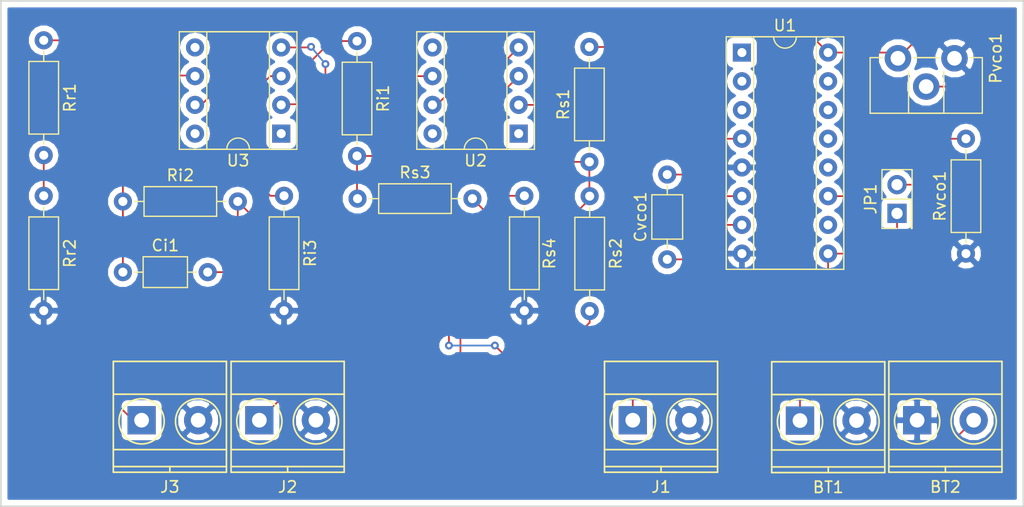
<source format=kicad_pcb>
(kicad_pcb (version 4) (host pcbnew 4.0.6)

  (general
    (links 41)
    (no_connects 0)
    (area 140.132999 111.684999 230.707001 156.539001)
    (thickness 1.6)
    (drawings 4)
    (tracks 140)
    (zones 0)
    (modules 22)
    (nets 31)
  )

  (page A4)
  (layers
    (0 F.Cu signal)
    (31 B.Cu signal hide)
    (34 B.Paste user)
    (35 F.Paste user)
    (36 B.SilkS user)
    (37 F.SilkS user)
    (38 B.Mask user)
    (39 F.Mask user)
    (44 Edge.Cuts user)
  )

  (setup
    (last_trace_width 0.1524)
    (trace_clearance 0.1524)
    (zone_clearance 0.508)
    (zone_45_only no)
    (trace_min 0.1524)
    (segment_width 0.2)
    (edge_width 0.15)
    (via_size 0.6858)
    (via_drill 0.3302)
    (via_min_size 0.6858)
    (via_min_drill 0.3302)
    (uvia_size 0.762)
    (uvia_drill 0.508)
    (uvias_allowed no)
    (uvia_min_size 0.2)
    (uvia_min_drill 0.1)
    (pcb_text_width 0.3)
    (pcb_text_size 1.5 1.5)
    (mod_edge_width 0.15)
    (mod_text_size 1 1)
    (mod_text_width 0.15)
    (pad_size 1.524 1.524)
    (pad_drill 0.762)
    (pad_to_mask_clearance 0.2)
    (aux_axis_origin 0 0)
    (visible_elements 7FFFFFFF)
    (pcbplotparams
      (layerselection 0x010f0_80000001)
      (usegerberextensions false)
      (excludeedgelayer true)
      (linewidth 0.100000)
      (plotframeref false)
      (viasonmask false)
      (mode 1)
      (useauxorigin false)
      (hpglpennumber 1)
      (hpglpenspeed 20)
      (hpglpendiameter 15)
      (hpglpenoverlay 2)
      (psnegative false)
      (psa4output false)
      (plotreference true)
      (plotvalue false)
      (plotinvisibletext false)
      (padsonsilk false)
      (subtractmaskfromsilk false)
      (outputformat 1)
      (mirror false)
      (drillshape 0)
      (scaleselection 1)
      (outputdirectory GERBERS/))
  )

  (net 0 "")
  (net 1 VDD)
  (net 2 GND)
  (net 3 /-5V)
  (net 4 "Net-(Ci1-Pad1)")
  (net 5 "Net-(Ci1-Pad2)")
  (net 6 "Net-(Cvco1-Pad1)")
  (net 7 "Net-(Cvco1-Pad2)")
  (net 8 "Net-(JP1-Pad2)")
  (net 9 "Net-(Ri1-Pad2)")
  (net 10 "Net-(Ri3-Pad1)")
  (net 11 "Net-(Rs1-Pad1)")
  (net 12 "Net-(Rs4-Pad1)")
  (net 13 "Net-(Rvco1-Pad2)")
  (net 14 "Net-(U1-Pad1)")
  (net 15 "Net-(U1-Pad2)")
  (net 16 "Net-(U1-Pad10)")
  (net 17 "Net-(U1-Pad3)")
  (net 18 "Net-(U1-Pad12)")
  (net 19 "Net-(U1-Pad13)")
  (net 20 "Net-(U1-Pad14)")
  (net 21 "Net-(U1-Pad15)")
  (net 22 "Net-(U2-Pad1)")
  (net 23 "Net-(U2-Pad5)")
  (net 24 "Net-(U2-Pad8)")
  (net 25 "Net-(U3-Pad1)")
  (net 26 "Net-(U3-Pad5)")
  (net 27 "Net-(U3-Pad8)")
  (net 28 "Net-(J1-Pad1)")
  (net 29 "Net-(J3-Pad1)")
  (net 30 "Net-(J2-Pad1)")

  (net_class Default "Esta es la clase de red por defecto."
    (clearance 0.1524)
    (trace_width 0.1524)
    (via_dia 0.6858)
    (via_drill 0.3302)
    (uvia_dia 0.762)
    (uvia_drill 0.508)
    (add_net /-5V)
    (add_net GND)
    (add_net "Net-(Ci1-Pad1)")
    (add_net "Net-(Ci1-Pad2)")
    (add_net "Net-(Cvco1-Pad1)")
    (add_net "Net-(Cvco1-Pad2)")
    (add_net "Net-(J1-Pad1)")
    (add_net "Net-(J2-Pad1)")
    (add_net "Net-(J3-Pad1)")
    (add_net "Net-(JP1-Pad2)")
    (add_net "Net-(Ri1-Pad2)")
    (add_net "Net-(Ri3-Pad1)")
    (add_net "Net-(Rs1-Pad1)")
    (add_net "Net-(Rs4-Pad1)")
    (add_net "Net-(Rvco1-Pad2)")
    (add_net "Net-(U1-Pad1)")
    (add_net "Net-(U1-Pad10)")
    (add_net "Net-(U1-Pad12)")
    (add_net "Net-(U1-Pad13)")
    (add_net "Net-(U1-Pad14)")
    (add_net "Net-(U1-Pad15)")
    (add_net "Net-(U1-Pad2)")
    (add_net "Net-(U1-Pad3)")
    (add_net "Net-(U2-Pad1)")
    (add_net "Net-(U2-Pad5)")
    (add_net "Net-(U2-Pad8)")
    (add_net "Net-(U3-Pad1)")
    (add_net "Net-(U3-Pad5)")
    (add_net "Net-(U3-Pad8)")
    (add_net VDD)
  )

  (module Connectors_Terminal_Blocks:TerminalBlock_Pheonix_MKDS1.5-2pol (layer F.Cu) (tedit 59A7F747) (tstamp 59A5AD29)
    (at 221.234 148.844)
    (descr "2-way 5mm pitch terminal block, Phoenix MKDS series")
    (path /59A359CC)
    (fp_text reference BT2 (at 2.5 5.9) (layer F.SilkS)
      (effects (font (size 1 1) (thickness 0.15)))
    )
    (fp_text value -5 (at 2.5 -6.6) (layer F.Fab)
      (effects (font (size 1 1) (thickness 0.15)))
    )
    (fp_line (start -2.7 -5.4) (end 7.7 -5.4) (layer F.CrtYd) (width 0.05))
    (fp_line (start -2.7 4.8) (end -2.7 -5.4) (layer F.CrtYd) (width 0.05))
    (fp_line (start 7.7 4.8) (end -2.7 4.8) (layer F.CrtYd) (width 0.05))
    (fp_line (start 7.7 -5.4) (end 7.7 4.8) (layer F.CrtYd) (width 0.05))
    (fp_line (start 2.5 4.1) (end 2.5 4.6) (layer F.SilkS) (width 0.15))
    (fp_circle (center 5 0.1) (end 3 0.1) (layer F.SilkS) (width 0.15))
    (fp_circle (center 0 0.1) (end 2 0.1) (layer F.SilkS) (width 0.15))
    (fp_line (start -2.5 2.6) (end 7.5 2.6) (layer F.SilkS) (width 0.15))
    (fp_line (start -2.5 -2.3) (end 7.5 -2.3) (layer F.SilkS) (width 0.15))
    (fp_line (start -2.5 4.1) (end 7.5 4.1) (layer F.SilkS) (width 0.15))
    (fp_line (start -2.5 4.6) (end 7.5 4.6) (layer F.SilkS) (width 0.15))
    (fp_line (start 7.5 4.6) (end 7.5 -5.2) (layer F.SilkS) (width 0.15))
    (fp_line (start 7.5 -5.2) (end -2.5 -5.2) (layer F.SilkS) (width 0.15))
    (fp_line (start -2.5 -5.2) (end -2.5 4.6) (layer F.SilkS) (width 0.15))
    (pad 1 thru_hole rect (at 0 0) (size 2.5 2.5) (drill 1.3) (layers *.Cu *.Mask)
      (net 2 GND))
    (pad 2 thru_hole circle (at 5 0) (size 2.5 2.5) (drill 1.3) (layers *.Cu *.Mask)
      (net 3 /-5V))
    (model Terminal_Blocks.3dshapes/TerminalBlock_Pheonix_MKDS1.5-2pol.wrl
      (at (xyz 0.0984 0 0))
      (scale (xyz 1 1 1))
      (rotate (xyz 0 0 0))
    )
  )

  (module Connectors_Terminal_Blocks:TerminalBlock_Pheonix_MKDS1.5-2pol (layer F.Cu) (tedit 59A7F743) (tstamp 59A5AD23)
    (at 210.875 148.875)
    (descr "2-way 5mm pitch terminal block, Phoenix MKDS series")
    (path /59A30BB9)
    (fp_text reference BT1 (at 2.5 5.9) (layer F.SilkS)
      (effects (font (size 1 1) (thickness 0.15)))
    )
    (fp_text value +5 (at 2.5 -6.6) (layer F.Fab)
      (effects (font (size 1 1) (thickness 0.15)))
    )
    (fp_line (start -2.7 -5.4) (end 7.7 -5.4) (layer F.CrtYd) (width 0.05))
    (fp_line (start -2.7 4.8) (end -2.7 -5.4) (layer F.CrtYd) (width 0.05))
    (fp_line (start 7.7 4.8) (end -2.7 4.8) (layer F.CrtYd) (width 0.05))
    (fp_line (start 7.7 -5.4) (end 7.7 4.8) (layer F.CrtYd) (width 0.05))
    (fp_line (start 2.5 4.1) (end 2.5 4.6) (layer F.SilkS) (width 0.15))
    (fp_circle (center 5 0.1) (end 3 0.1) (layer F.SilkS) (width 0.15))
    (fp_circle (center 0 0.1) (end 2 0.1) (layer F.SilkS) (width 0.15))
    (fp_line (start -2.5 2.6) (end 7.5 2.6) (layer F.SilkS) (width 0.15))
    (fp_line (start -2.5 -2.3) (end 7.5 -2.3) (layer F.SilkS) (width 0.15))
    (fp_line (start -2.5 4.1) (end 7.5 4.1) (layer F.SilkS) (width 0.15))
    (fp_line (start -2.5 4.6) (end 7.5 4.6) (layer F.SilkS) (width 0.15))
    (fp_line (start 7.5 4.6) (end 7.5 -5.2) (layer F.SilkS) (width 0.15))
    (fp_line (start 7.5 -5.2) (end -2.5 -5.2) (layer F.SilkS) (width 0.15))
    (fp_line (start -2.5 -5.2) (end -2.5 4.6) (layer F.SilkS) (width 0.15))
    (pad 1 thru_hole rect (at 0 0) (size 2.5 2.5) (drill 1.3) (layers *.Cu *.Mask)
      (net 1 VDD))
    (pad 2 thru_hole circle (at 5 0) (size 2.5 2.5) (drill 1.3) (layers *.Cu *.Mask)
      (net 2 GND))
    (model Terminal_Blocks.3dshapes/TerminalBlock_Pheonix_MKDS1.5-2pol.wrl
      (at (xyz 0.0984 0 0))
      (scale (xyz 1 1 1))
      (rotate (xyz 0 0 0))
    )
  )

  (module Capacitors_THT:C_Axial_L3.8mm_D2.6mm_P7.50mm_Horizontal (layer F.Cu) (tedit 597BC7C2) (tstamp 59A5AD2F)
    (at 151 135.75)
    (descr "C, Axial series, Axial, Horizontal, pin pitch=7.5mm, , length*diameter=3.8*2.6mm^2, http://www.vishay.com/docs/45231/arseries.pdf")
    (tags "C Axial series Axial Horizontal pin pitch 7.5mm  length 3.8mm diameter 2.6mm")
    (path /59A32B11)
    (fp_text reference Ci1 (at 3.75 -2.36) (layer F.SilkS)
      (effects (font (size 1 1) (thickness 0.15)))
    )
    (fp_text value 10n (at 3.75 2.36) (layer F.Fab)
      (effects (font (size 1 1) (thickness 0.15)))
    )
    (fp_line (start 1.85 -1.3) (end 1.85 1.3) (layer F.Fab) (width 0.1))
    (fp_line (start 1.85 1.3) (end 5.65 1.3) (layer F.Fab) (width 0.1))
    (fp_line (start 5.65 1.3) (end 5.65 -1.3) (layer F.Fab) (width 0.1))
    (fp_line (start 5.65 -1.3) (end 1.85 -1.3) (layer F.Fab) (width 0.1))
    (fp_line (start 0 0) (end 1.85 0) (layer F.Fab) (width 0.1))
    (fp_line (start 7.5 0) (end 5.65 0) (layer F.Fab) (width 0.1))
    (fp_line (start 1.79 -1.36) (end 1.79 1.36) (layer F.SilkS) (width 0.12))
    (fp_line (start 1.79 1.36) (end 5.71 1.36) (layer F.SilkS) (width 0.12))
    (fp_line (start 5.71 1.36) (end 5.71 -1.36) (layer F.SilkS) (width 0.12))
    (fp_line (start 5.71 -1.36) (end 1.79 -1.36) (layer F.SilkS) (width 0.12))
    (fp_line (start 0.98 0) (end 1.79 0) (layer F.SilkS) (width 0.12))
    (fp_line (start 6.52 0) (end 5.71 0) (layer F.SilkS) (width 0.12))
    (fp_line (start -1.05 -1.65) (end -1.05 1.65) (layer F.CrtYd) (width 0.05))
    (fp_line (start -1.05 1.65) (end 8.55 1.65) (layer F.CrtYd) (width 0.05))
    (fp_line (start 8.55 1.65) (end 8.55 -1.65) (layer F.CrtYd) (width 0.05))
    (fp_line (start 8.55 -1.65) (end -1.05 -1.65) (layer F.CrtYd) (width 0.05))
    (fp_text user %R (at 3.75 0) (layer F.Fab)
      (effects (font (size 1 1) (thickness 0.15)))
    )
    (pad 1 thru_hole circle (at 0 0) (size 1.6 1.6) (drill 0.8) (layers *.Cu *.Mask)
      (net 4 "Net-(Ci1-Pad1)"))
    (pad 2 thru_hole oval (at 7.5 0) (size 1.6 1.6) (drill 0.8) (layers *.Cu *.Mask)
      (net 5 "Net-(Ci1-Pad2)"))
    (model ${KISYS3DMOD}/Capacitors_THT.3dshapes/C_Axial_L3.8mm_D2.6mm_P7.50mm_Horizontal.wrl
      (at (xyz 0 0 0))
      (scale (xyz 1 1 1))
      (rotate (xyz 0 0 0))
    )
  )

  (module Capacitors_THT:C_Axial_L3.8mm_D2.6mm_P7.50mm_Horizontal (layer F.Cu) (tedit 597BC7C2) (tstamp 59A5AD35)
    (at 199.136 134.62 90)
    (descr "C, Axial series, Axial, Horizontal, pin pitch=7.5mm, , length*diameter=3.8*2.6mm^2, http://www.vishay.com/docs/45231/arseries.pdf")
    (tags "C Axial series Axial Horizontal pin pitch 7.5mm  length 3.8mm diameter 2.6mm")
    (path /59A2EEE3)
    (fp_text reference Cvco1 (at 3.75 -2.36 90) (layer F.SilkS)
      (effects (font (size 1 1) (thickness 0.15)))
    )
    (fp_text value 100p (at 3.75 2.36 90) (layer F.Fab)
      (effects (font (size 1 1) (thickness 0.15)))
    )
    (fp_line (start 1.85 -1.3) (end 1.85 1.3) (layer F.Fab) (width 0.1))
    (fp_line (start 1.85 1.3) (end 5.65 1.3) (layer F.Fab) (width 0.1))
    (fp_line (start 5.65 1.3) (end 5.65 -1.3) (layer F.Fab) (width 0.1))
    (fp_line (start 5.65 -1.3) (end 1.85 -1.3) (layer F.Fab) (width 0.1))
    (fp_line (start 0 0) (end 1.85 0) (layer F.Fab) (width 0.1))
    (fp_line (start 7.5 0) (end 5.65 0) (layer F.Fab) (width 0.1))
    (fp_line (start 1.79 -1.36) (end 1.79 1.36) (layer F.SilkS) (width 0.12))
    (fp_line (start 1.79 1.36) (end 5.71 1.36) (layer F.SilkS) (width 0.12))
    (fp_line (start 5.71 1.36) (end 5.71 -1.36) (layer F.SilkS) (width 0.12))
    (fp_line (start 5.71 -1.36) (end 1.79 -1.36) (layer F.SilkS) (width 0.12))
    (fp_line (start 0.98 0) (end 1.79 0) (layer F.SilkS) (width 0.12))
    (fp_line (start 6.52 0) (end 5.71 0) (layer F.SilkS) (width 0.12))
    (fp_line (start -1.05 -1.65) (end -1.05 1.65) (layer F.CrtYd) (width 0.05))
    (fp_line (start -1.05 1.65) (end 8.55 1.65) (layer F.CrtYd) (width 0.05))
    (fp_line (start 8.55 1.65) (end 8.55 -1.65) (layer F.CrtYd) (width 0.05))
    (fp_line (start 8.55 -1.65) (end -1.05 -1.65) (layer F.CrtYd) (width 0.05))
    (fp_text user %R (at 3.75 0 90) (layer F.Fab)
      (effects (font (size 1 1) (thickness 0.15)))
    )
    (pad 1 thru_hole circle (at 0 0 90) (size 1.6 1.6) (drill 0.8) (layers *.Cu *.Mask)
      (net 6 "Net-(Cvco1-Pad1)"))
    (pad 2 thru_hole oval (at 7.5 0 90) (size 1.6 1.6) (drill 0.8) (layers *.Cu *.Mask)
      (net 7 "Net-(Cvco1-Pad2)"))
    (model ${KISYS3DMOD}/Capacitors_THT.3dshapes/C_Axial_L3.8mm_D2.6mm_P7.50mm_Horizontal.wrl
      (at (xyz 0 0 0))
      (scale (xyz 1 1 1))
      (rotate (xyz 0 0 0))
    )
  )

  (module Pin_Headers:Pin_Header_Straight_2x01_Pitch2.54mm (layer F.Cu) (tedit 59650532) (tstamp 59A5AD3B)
    (at 219.456 130.556 90)
    (descr "Through hole straight pin header, 2x01, 2.54mm pitch, double rows")
    (tags "Through hole pin header THT 2x01 2.54mm double row")
    (path /59A2F76C)
    (fp_text reference JP1 (at 1.27 -2.33 90) (layer F.SilkS)
      (effects (font (size 1 1) (thickness 0.15)))
    )
    (fp_text value Jumper (at 1.27 2.33 90) (layer F.Fab)
      (effects (font (size 1 1) (thickness 0.15)))
    )
    (fp_line (start 0 -1.27) (end 3.81 -1.27) (layer F.Fab) (width 0.1))
    (fp_line (start 3.81 -1.27) (end 3.81 1.27) (layer F.Fab) (width 0.1))
    (fp_line (start 3.81 1.27) (end -1.27 1.27) (layer F.Fab) (width 0.1))
    (fp_line (start -1.27 1.27) (end -1.27 0) (layer F.Fab) (width 0.1))
    (fp_line (start -1.27 0) (end 0 -1.27) (layer F.Fab) (width 0.1))
    (fp_line (start -1.33 1.33) (end 3.87 1.33) (layer F.SilkS) (width 0.12))
    (fp_line (start -1.33 1.27) (end -1.33 1.33) (layer F.SilkS) (width 0.12))
    (fp_line (start 3.87 -1.33) (end 3.87 1.33) (layer F.SilkS) (width 0.12))
    (fp_line (start -1.33 1.27) (end 1.27 1.27) (layer F.SilkS) (width 0.12))
    (fp_line (start 1.27 1.27) (end 1.27 -1.33) (layer F.SilkS) (width 0.12))
    (fp_line (start 1.27 -1.33) (end 3.87 -1.33) (layer F.SilkS) (width 0.12))
    (fp_line (start -1.33 0) (end -1.33 -1.33) (layer F.SilkS) (width 0.12))
    (fp_line (start -1.33 -1.33) (end 0 -1.33) (layer F.SilkS) (width 0.12))
    (fp_line (start -1.8 -1.8) (end -1.8 1.8) (layer F.CrtYd) (width 0.05))
    (fp_line (start -1.8 1.8) (end 4.35 1.8) (layer F.CrtYd) (width 0.05))
    (fp_line (start 4.35 1.8) (end 4.35 -1.8) (layer F.CrtYd) (width 0.05))
    (fp_line (start 4.35 -1.8) (end -1.8 -1.8) (layer F.CrtYd) (width 0.05))
    (fp_text user %R (at 1.27 0 180) (layer F.Fab)
      (effects (font (size 1 1) (thickness 0.15)))
    )
    (pad 1 thru_hole rect (at 0 0 90) (size 1.7 1.7) (drill 1) (layers *.Cu *.Mask)
      (net 28 "Net-(J1-Pad1)"))
    (pad 2 thru_hole oval (at 2.54 0 90) (size 1.7 1.7) (drill 1) (layers *.Cu *.Mask)
      (net 8 "Net-(JP1-Pad2)"))
    (model ${KISYS3DMOD}/Pin_Headers.3dshapes/Pin_Header_Straight_2x01_Pitch2.54mm.wrl
      (at (xyz 0 0 0))
      (scale (xyz 1 1 1))
      (rotate (xyz 0 0 0))
    )
  )

  (module Resistors_THT:R_Axial_DIN0207_L6.3mm_D2.5mm_P10.16mm_Horizontal (layer F.Cu) (tedit 5874F706) (tstamp 59A5AD48)
    (at 171.704 115.316 270)
    (descr "Resistor, Axial_DIN0207 series, Axial, Horizontal, pin pitch=10.16mm, 0.25W = 1/4W, length*diameter=6.3*2.5mm^2, http://cdn-reichelt.de/documents/datenblatt/B400/1_4W%23YAG.pdf")
    (tags "Resistor Axial_DIN0207 series Axial Horizontal pin pitch 10.16mm 0.25W = 1/4W length 6.3mm diameter 2.5mm")
    (path /59A329BF)
    (fp_text reference Ri1 (at 5.08 -2.31 270) (layer F.SilkS)
      (effects (font (size 1 1) (thickness 0.15)))
    )
    (fp_text value 1.25k (at 5.08 2.31 270) (layer F.Fab)
      (effects (font (size 1 1) (thickness 0.15)))
    )
    (fp_line (start 1.93 -1.25) (end 1.93 1.25) (layer F.Fab) (width 0.1))
    (fp_line (start 1.93 1.25) (end 8.23 1.25) (layer F.Fab) (width 0.1))
    (fp_line (start 8.23 1.25) (end 8.23 -1.25) (layer F.Fab) (width 0.1))
    (fp_line (start 8.23 -1.25) (end 1.93 -1.25) (layer F.Fab) (width 0.1))
    (fp_line (start 0 0) (end 1.93 0) (layer F.Fab) (width 0.1))
    (fp_line (start 10.16 0) (end 8.23 0) (layer F.Fab) (width 0.1))
    (fp_line (start 1.87 -1.31) (end 1.87 1.31) (layer F.SilkS) (width 0.12))
    (fp_line (start 1.87 1.31) (end 8.29 1.31) (layer F.SilkS) (width 0.12))
    (fp_line (start 8.29 1.31) (end 8.29 -1.31) (layer F.SilkS) (width 0.12))
    (fp_line (start 8.29 -1.31) (end 1.87 -1.31) (layer F.SilkS) (width 0.12))
    (fp_line (start 0.98 0) (end 1.87 0) (layer F.SilkS) (width 0.12))
    (fp_line (start 9.18 0) (end 8.29 0) (layer F.SilkS) (width 0.12))
    (fp_line (start -1.05 -1.6) (end -1.05 1.6) (layer F.CrtYd) (width 0.05))
    (fp_line (start -1.05 1.6) (end 11.25 1.6) (layer F.CrtYd) (width 0.05))
    (fp_line (start 11.25 1.6) (end 11.25 -1.6) (layer F.CrtYd) (width 0.05))
    (fp_line (start 11.25 -1.6) (end -1.05 -1.6) (layer F.CrtYd) (width 0.05))
    (pad 1 thru_hole circle (at 0 0 270) (size 1.6 1.6) (drill 0.8) (layers *.Cu *.Mask)
      (net 5 "Net-(Ci1-Pad2)"))
    (pad 2 thru_hole oval (at 10.16 0 270) (size 1.6 1.6) (drill 0.8) (layers *.Cu *.Mask)
      (net 9 "Net-(Ri1-Pad2)"))
    (model ${KISYS3DMOD}/Resistors_THT.3dshapes/R_Axial_DIN0207_L6.3mm_D2.5mm_P10.16mm_Horizontal.wrl
      (at (xyz 0 0 0))
      (scale (xyz 0.393701 0.393701 0.393701))
      (rotate (xyz 0 0 0))
    )
  )

  (module Resistors_THT:R_Axial_DIN0207_L6.3mm_D2.5mm_P10.16mm_Horizontal (layer F.Cu) (tedit 5874F706) (tstamp 59A5AD4E)
    (at 151 129.5)
    (descr "Resistor, Axial_DIN0207 series, Axial, Horizontal, pin pitch=10.16mm, 0.25W = 1/4W, length*diameter=6.3*2.5mm^2, http://cdn-reichelt.de/documents/datenblatt/B400/1_4W%23YAG.pdf")
    (tags "Resistor Axial_DIN0207 series Axial Horizontal pin pitch 10.16mm 0.25W = 1/4W length 6.3mm diameter 2.5mm")
    (path /59A32BBE)
    (fp_text reference Ri2 (at 5.08 -2.31) (layer F.SilkS)
      (effects (font (size 1 1) (thickness 0.15)))
    )
    (fp_text value 8k (at 5.08 2.31) (layer F.Fab)
      (effects (font (size 1 1) (thickness 0.15)))
    )
    (fp_line (start 1.93 -1.25) (end 1.93 1.25) (layer F.Fab) (width 0.1))
    (fp_line (start 1.93 1.25) (end 8.23 1.25) (layer F.Fab) (width 0.1))
    (fp_line (start 8.23 1.25) (end 8.23 -1.25) (layer F.Fab) (width 0.1))
    (fp_line (start 8.23 -1.25) (end 1.93 -1.25) (layer F.Fab) (width 0.1))
    (fp_line (start 0 0) (end 1.93 0) (layer F.Fab) (width 0.1))
    (fp_line (start 10.16 0) (end 8.23 0) (layer F.Fab) (width 0.1))
    (fp_line (start 1.87 -1.31) (end 1.87 1.31) (layer F.SilkS) (width 0.12))
    (fp_line (start 1.87 1.31) (end 8.29 1.31) (layer F.SilkS) (width 0.12))
    (fp_line (start 8.29 1.31) (end 8.29 -1.31) (layer F.SilkS) (width 0.12))
    (fp_line (start 8.29 -1.31) (end 1.87 -1.31) (layer F.SilkS) (width 0.12))
    (fp_line (start 0.98 0) (end 1.87 0) (layer F.SilkS) (width 0.12))
    (fp_line (start 9.18 0) (end 8.29 0) (layer F.SilkS) (width 0.12))
    (fp_line (start -1.05 -1.6) (end -1.05 1.6) (layer F.CrtYd) (width 0.05))
    (fp_line (start -1.05 1.6) (end 11.25 1.6) (layer F.CrtYd) (width 0.05))
    (fp_line (start 11.25 1.6) (end 11.25 -1.6) (layer F.CrtYd) (width 0.05))
    (fp_line (start 11.25 -1.6) (end -1.05 -1.6) (layer F.CrtYd) (width 0.05))
    (pad 1 thru_hole circle (at 0 0) (size 1.6 1.6) (drill 0.8) (layers *.Cu *.Mask)
      (net 4 "Net-(Ci1-Pad1)"))
    (pad 2 thru_hole oval (at 10.16 0) (size 1.6 1.6) (drill 0.8) (layers *.Cu *.Mask)
      (net 5 "Net-(Ci1-Pad2)"))
    (model ${KISYS3DMOD}/Resistors_THT.3dshapes/R_Axial_DIN0207_L6.3mm_D2.5mm_P10.16mm_Horizontal.wrl
      (at (xyz 0 0 0))
      (scale (xyz 0.393701 0.393701 0.393701))
      (rotate (xyz 0 0 0))
    )
  )

  (module Resistors_THT:R_Axial_DIN0207_L6.3mm_D2.5mm_P10.16mm_Horizontal (layer F.Cu) (tedit 5874F706) (tstamp 59A5AD54)
    (at 165.25 129 270)
    (descr "Resistor, Axial_DIN0207 series, Axial, Horizontal, pin pitch=10.16mm, 0.25W = 1/4W, length*diameter=6.3*2.5mm^2, http://cdn-reichelt.de/documents/datenblatt/B400/1_4W%23YAG.pdf")
    (tags "Resistor Axial_DIN0207 series Axial Horizontal pin pitch 10.16mm 0.25W = 1/4W length 6.3mm diameter 2.5mm")
    (path /59A34AF0)
    (fp_text reference Ri3 (at 5.08 -2.31 270) (layer F.SilkS)
      (effects (font (size 1 1) (thickness 0.15)))
    )
    (fp_text value 1k (at 5.08 2.31 270) (layer F.Fab)
      (effects (font (size 1 1) (thickness 0.15)))
    )
    (fp_line (start 1.93 -1.25) (end 1.93 1.25) (layer F.Fab) (width 0.1))
    (fp_line (start 1.93 1.25) (end 8.23 1.25) (layer F.Fab) (width 0.1))
    (fp_line (start 8.23 1.25) (end 8.23 -1.25) (layer F.Fab) (width 0.1))
    (fp_line (start 8.23 -1.25) (end 1.93 -1.25) (layer F.Fab) (width 0.1))
    (fp_line (start 0 0) (end 1.93 0) (layer F.Fab) (width 0.1))
    (fp_line (start 10.16 0) (end 8.23 0) (layer F.Fab) (width 0.1))
    (fp_line (start 1.87 -1.31) (end 1.87 1.31) (layer F.SilkS) (width 0.12))
    (fp_line (start 1.87 1.31) (end 8.29 1.31) (layer F.SilkS) (width 0.12))
    (fp_line (start 8.29 1.31) (end 8.29 -1.31) (layer F.SilkS) (width 0.12))
    (fp_line (start 8.29 -1.31) (end 1.87 -1.31) (layer F.SilkS) (width 0.12))
    (fp_line (start 0.98 0) (end 1.87 0) (layer F.SilkS) (width 0.12))
    (fp_line (start 9.18 0) (end 8.29 0) (layer F.SilkS) (width 0.12))
    (fp_line (start -1.05 -1.6) (end -1.05 1.6) (layer F.CrtYd) (width 0.05))
    (fp_line (start -1.05 1.6) (end 11.25 1.6) (layer F.CrtYd) (width 0.05))
    (fp_line (start 11.25 1.6) (end 11.25 -1.6) (layer F.CrtYd) (width 0.05))
    (fp_line (start 11.25 -1.6) (end -1.05 -1.6) (layer F.CrtYd) (width 0.05))
    (pad 1 thru_hole circle (at 0 0 270) (size 1.6 1.6) (drill 0.8) (layers *.Cu *.Mask)
      (net 10 "Net-(Ri3-Pad1)"))
    (pad 2 thru_hole oval (at 10.16 0 270) (size 1.6 1.6) (drill 0.8) (layers *.Cu *.Mask)
      (net 2 GND))
    (model ${KISYS3DMOD}/Resistors_THT.3dshapes/R_Axial_DIN0207_L6.3mm_D2.5mm_P10.16mm_Horizontal.wrl
      (at (xyz 0 0 0))
      (scale (xyz 0.393701 0.393701 0.393701))
      (rotate (xyz 0 0 0))
    )
  )

  (module Resistors_THT:R_Axial_DIN0207_L6.3mm_D2.5mm_P10.16mm_Horizontal (layer F.Cu) (tedit 5874F706) (tstamp 59A5AD5A)
    (at 144 115.25 270)
    (descr "Resistor, Axial_DIN0207 series, Axial, Horizontal, pin pitch=10.16mm, 0.25W = 1/4W, length*diameter=6.3*2.5mm^2, http://cdn-reichelt.de/documents/datenblatt/B400/1_4W%23YAG.pdf")
    (tags "Resistor Axial_DIN0207 series Axial Horizontal pin pitch 10.16mm 0.25W = 1/4W length 6.3mm diameter 2.5mm")
    (path /59A4F5AB)
    (fp_text reference Rr1 (at 5.08 -2.31 270) (layer F.SilkS)
      (effects (font (size 1 1) (thickness 0.15)))
    )
    (fp_text value 74.8k (at 5.08 2.31 270) (layer F.Fab)
      (effects (font (size 1 1) (thickness 0.15)))
    )
    (fp_line (start 1.93 -1.25) (end 1.93 1.25) (layer F.Fab) (width 0.1))
    (fp_line (start 1.93 1.25) (end 8.23 1.25) (layer F.Fab) (width 0.1))
    (fp_line (start 8.23 1.25) (end 8.23 -1.25) (layer F.Fab) (width 0.1))
    (fp_line (start 8.23 -1.25) (end 1.93 -1.25) (layer F.Fab) (width 0.1))
    (fp_line (start 0 0) (end 1.93 0) (layer F.Fab) (width 0.1))
    (fp_line (start 10.16 0) (end 8.23 0) (layer F.Fab) (width 0.1))
    (fp_line (start 1.87 -1.31) (end 1.87 1.31) (layer F.SilkS) (width 0.12))
    (fp_line (start 1.87 1.31) (end 8.29 1.31) (layer F.SilkS) (width 0.12))
    (fp_line (start 8.29 1.31) (end 8.29 -1.31) (layer F.SilkS) (width 0.12))
    (fp_line (start 8.29 -1.31) (end 1.87 -1.31) (layer F.SilkS) (width 0.12))
    (fp_line (start 0.98 0) (end 1.87 0) (layer F.SilkS) (width 0.12))
    (fp_line (start 9.18 0) (end 8.29 0) (layer F.SilkS) (width 0.12))
    (fp_line (start -1.05 -1.6) (end -1.05 1.6) (layer F.CrtYd) (width 0.05))
    (fp_line (start -1.05 1.6) (end 11.25 1.6) (layer F.CrtYd) (width 0.05))
    (fp_line (start 11.25 1.6) (end 11.25 -1.6) (layer F.CrtYd) (width 0.05))
    (fp_line (start 11.25 -1.6) (end -1.05 -1.6) (layer F.CrtYd) (width 0.05))
    (pad 1 thru_hole circle (at 0 0 270) (size 1.6 1.6) (drill 0.8) (layers *.Cu *.Mask)
      (net 4 "Net-(Ci1-Pad1)"))
    (pad 2 thru_hole oval (at 10.16 0 270) (size 1.6 1.6) (drill 0.8) (layers *.Cu *.Mask)
      (net 29 "Net-(J3-Pad1)"))
    (model ${KISYS3DMOD}/Resistors_THT.3dshapes/R_Axial_DIN0207_L6.3mm_D2.5mm_P10.16mm_Horizontal.wrl
      (at (xyz 0 0 0))
      (scale (xyz 0.393701 0.393701 0.393701))
      (rotate (xyz 0 0 0))
    )
  )

  (module Resistors_THT:R_Axial_DIN0207_L6.3mm_D2.5mm_P10.16mm_Horizontal (layer F.Cu) (tedit 5874F706) (tstamp 59A5AD60)
    (at 144 129 270)
    (descr "Resistor, Axial_DIN0207 series, Axial, Horizontal, pin pitch=10.16mm, 0.25W = 1/4W, length*diameter=6.3*2.5mm^2, http://cdn-reichelt.de/documents/datenblatt/B400/1_4W%23YAG.pdf")
    (tags "Resistor Axial_DIN0207 series Axial Horizontal pin pitch 10.16mm 0.25W = 1/4W length 6.3mm diameter 2.5mm")
    (path /59A4FA57)
    (fp_text reference Rr2 (at 5.08 -2.31 270) (layer F.SilkS)
      (effects (font (size 1 1) (thickness 0.15)))
    )
    (fp_text value 1k (at 5.08 2.31 270) (layer F.Fab)
      (effects (font (size 1 1) (thickness 0.15)))
    )
    (fp_line (start 1.93 -1.25) (end 1.93 1.25) (layer F.Fab) (width 0.1))
    (fp_line (start 1.93 1.25) (end 8.23 1.25) (layer F.Fab) (width 0.1))
    (fp_line (start 8.23 1.25) (end 8.23 -1.25) (layer F.Fab) (width 0.1))
    (fp_line (start 8.23 -1.25) (end 1.93 -1.25) (layer F.Fab) (width 0.1))
    (fp_line (start 0 0) (end 1.93 0) (layer F.Fab) (width 0.1))
    (fp_line (start 10.16 0) (end 8.23 0) (layer F.Fab) (width 0.1))
    (fp_line (start 1.87 -1.31) (end 1.87 1.31) (layer F.SilkS) (width 0.12))
    (fp_line (start 1.87 1.31) (end 8.29 1.31) (layer F.SilkS) (width 0.12))
    (fp_line (start 8.29 1.31) (end 8.29 -1.31) (layer F.SilkS) (width 0.12))
    (fp_line (start 8.29 -1.31) (end 1.87 -1.31) (layer F.SilkS) (width 0.12))
    (fp_line (start 0.98 0) (end 1.87 0) (layer F.SilkS) (width 0.12))
    (fp_line (start 9.18 0) (end 8.29 0) (layer F.SilkS) (width 0.12))
    (fp_line (start -1.05 -1.6) (end -1.05 1.6) (layer F.CrtYd) (width 0.05))
    (fp_line (start -1.05 1.6) (end 11.25 1.6) (layer F.CrtYd) (width 0.05))
    (fp_line (start 11.25 1.6) (end 11.25 -1.6) (layer F.CrtYd) (width 0.05))
    (fp_line (start 11.25 -1.6) (end -1.05 -1.6) (layer F.CrtYd) (width 0.05))
    (pad 1 thru_hole circle (at 0 0 270) (size 1.6 1.6) (drill 0.8) (layers *.Cu *.Mask)
      (net 29 "Net-(J3-Pad1)"))
    (pad 2 thru_hole oval (at 10.16 0 270) (size 1.6 1.6) (drill 0.8) (layers *.Cu *.Mask)
      (net 2 GND))
    (model ${KISYS3DMOD}/Resistors_THT.3dshapes/R_Axial_DIN0207_L6.3mm_D2.5mm_P10.16mm_Horizontal.wrl
      (at (xyz 0 0 0))
      (scale (xyz 0.393701 0.393701 0.393701))
      (rotate (xyz 0 0 0))
    )
  )

  (module Resistors_THT:R_Axial_DIN0207_L6.3mm_D2.5mm_P10.16mm_Horizontal (layer F.Cu) (tedit 5874F706) (tstamp 59A5AD66)
    (at 192.25 126 90)
    (descr "Resistor, Axial_DIN0207 series, Axial, Horizontal, pin pitch=10.16mm, 0.25W = 1/4W, length*diameter=6.3*2.5mm^2, http://cdn-reichelt.de/documents/datenblatt/B400/1_4W%23YAG.pdf")
    (tags "Resistor Axial_DIN0207 series Axial Horizontal pin pitch 10.16mm 0.25W = 1/4W length 6.3mm diameter 2.5mm")
    (path /59A3212A)
    (fp_text reference Rs1 (at 5.08 -2.31 90) (layer F.SilkS)
      (effects (font (size 1 1) (thickness 0.15)))
    )
    (fp_text value 10k (at 5.08 2.31 90) (layer F.Fab)
      (effects (font (size 1 1) (thickness 0.15)))
    )
    (fp_line (start 1.93 -1.25) (end 1.93 1.25) (layer F.Fab) (width 0.1))
    (fp_line (start 1.93 1.25) (end 8.23 1.25) (layer F.Fab) (width 0.1))
    (fp_line (start 8.23 1.25) (end 8.23 -1.25) (layer F.Fab) (width 0.1))
    (fp_line (start 8.23 -1.25) (end 1.93 -1.25) (layer F.Fab) (width 0.1))
    (fp_line (start 0 0) (end 1.93 0) (layer F.Fab) (width 0.1))
    (fp_line (start 10.16 0) (end 8.23 0) (layer F.Fab) (width 0.1))
    (fp_line (start 1.87 -1.31) (end 1.87 1.31) (layer F.SilkS) (width 0.12))
    (fp_line (start 1.87 1.31) (end 8.29 1.31) (layer F.SilkS) (width 0.12))
    (fp_line (start 8.29 1.31) (end 8.29 -1.31) (layer F.SilkS) (width 0.12))
    (fp_line (start 8.29 -1.31) (end 1.87 -1.31) (layer F.SilkS) (width 0.12))
    (fp_line (start 0.98 0) (end 1.87 0) (layer F.SilkS) (width 0.12))
    (fp_line (start 9.18 0) (end 8.29 0) (layer F.SilkS) (width 0.12))
    (fp_line (start -1.05 -1.6) (end -1.05 1.6) (layer F.CrtYd) (width 0.05))
    (fp_line (start -1.05 1.6) (end 11.25 1.6) (layer F.CrtYd) (width 0.05))
    (fp_line (start 11.25 1.6) (end 11.25 -1.6) (layer F.CrtYd) (width 0.05))
    (fp_line (start 11.25 -1.6) (end -1.05 -1.6) (layer F.CrtYd) (width 0.05))
    (pad 1 thru_hole circle (at 0 0 90) (size 1.6 1.6) (drill 0.8) (layers *.Cu *.Mask)
      (net 11 "Net-(Rs1-Pad1)"))
    (pad 2 thru_hole oval (at 10.16 0 90) (size 1.6 1.6) (drill 0.8) (layers *.Cu *.Mask)
      (net 30 "Net-(J2-Pad1)"))
    (model ${KISYS3DMOD}/Resistors_THT.3dshapes/R_Axial_DIN0207_L6.3mm_D2.5mm_P10.16mm_Horizontal.wrl
      (at (xyz 0 0 0))
      (scale (xyz 0.393701 0.393701 0.393701))
      (rotate (xyz 0 0 0))
    )
  )

  (module Resistors_THT:R_Axial_DIN0207_L6.3mm_D2.5mm_P10.16mm_Horizontal (layer F.Cu) (tedit 59A7F87B) (tstamp 59A5AD6C)
    (at 192.278 129.032 270)
    (descr "Resistor, Axial_DIN0207 series, Axial, Horizontal, pin pitch=10.16mm, 0.25W = 1/4W, length*diameter=6.3*2.5mm^2, http://cdn-reichelt.de/documents/datenblatt/B400/1_4W%23YAG.pdf")
    (tags "Resistor Axial_DIN0207 series Axial Horizontal pin pitch 10.16mm 0.25W = 1/4W length 6.3mm diameter 2.5mm")
    (path /59A32191)
    (fp_text reference Rs2 (at 5.08 -2.31 270) (layer F.SilkS)
      (effects (font (size 1 1) (thickness 0.15)))
    )
    (fp_text value 20k (at 5.08 2.032 270) (layer F.Fab)
      (effects (font (size 1 1) (thickness 0.15)))
    )
    (fp_line (start 1.93 -1.25) (end 1.93 1.25) (layer F.Fab) (width 0.1))
    (fp_line (start 1.93 1.25) (end 8.23 1.25) (layer F.Fab) (width 0.1))
    (fp_line (start 8.23 1.25) (end 8.23 -1.25) (layer F.Fab) (width 0.1))
    (fp_line (start 8.23 -1.25) (end 1.93 -1.25) (layer F.Fab) (width 0.1))
    (fp_line (start 0 0) (end 1.93 0) (layer F.Fab) (width 0.1))
    (fp_line (start 10.16 0) (end 8.23 0) (layer F.Fab) (width 0.1))
    (fp_line (start 1.87 -1.31) (end 1.87 1.31) (layer F.SilkS) (width 0.12))
    (fp_line (start 1.87 1.31) (end 8.29 1.31) (layer F.SilkS) (width 0.12))
    (fp_line (start 8.29 1.31) (end 8.29 -1.31) (layer F.SilkS) (width 0.12))
    (fp_line (start 8.29 -1.31) (end 1.87 -1.31) (layer F.SilkS) (width 0.12))
    (fp_line (start 0.98 0) (end 1.87 0) (layer F.SilkS) (width 0.12))
    (fp_line (start 9.18 0) (end 8.29 0) (layer F.SilkS) (width 0.12))
    (fp_line (start -1.05 -1.6) (end -1.05 1.6) (layer F.CrtYd) (width 0.05))
    (fp_line (start -1.05 1.6) (end 11.25 1.6) (layer F.CrtYd) (width 0.05))
    (fp_line (start 11.25 1.6) (end 11.25 -1.6) (layer F.CrtYd) (width 0.05))
    (fp_line (start 11.25 -1.6) (end -1.05 -1.6) (layer F.CrtYd) (width 0.05))
    (pad 1 thru_hole circle (at 0 0 270) (size 1.6 1.6) (drill 0.8) (layers *.Cu *.Mask)
      (net 11 "Net-(Rs1-Pad1)"))
    (pad 2 thru_hole oval (at 10.16 0 270) (size 1.6 1.6) (drill 0.8) (layers *.Cu *.Mask)
      (net 3 /-5V))
    (model ${KISYS3DMOD}/Resistors_THT.3dshapes/R_Axial_DIN0207_L6.3mm_D2.5mm_P10.16mm_Horizontal.wrl
      (at (xyz 0 0 0))
      (scale (xyz 0.393701 0.393701 0.393701))
      (rotate (xyz 0 0 0))
    )
  )

  (module Resistors_THT:R_Axial_DIN0207_L6.3mm_D2.5mm_P10.16mm_Horizontal (layer F.Cu) (tedit 5874F706) (tstamp 59A5AD72)
    (at 171.75 129.25)
    (descr "Resistor, Axial_DIN0207 series, Axial, Horizontal, pin pitch=10.16mm, 0.25W = 1/4W, length*diameter=6.3*2.5mm^2, http://cdn-reichelt.de/documents/datenblatt/B400/1_4W%23YAG.pdf")
    (tags "Resistor Axial_DIN0207 series Axial Horizontal pin pitch 10.16mm 0.25W = 1/4W length 6.3mm diameter 2.5mm")
    (path /59A328EE)
    (fp_text reference Rs3 (at 5.08 -2.31) (layer F.SilkS)
      (effects (font (size 1 1) (thickness 0.15)))
    )
    (fp_text value 10k (at 5.08 2.31) (layer F.Fab)
      (effects (font (size 1 1) (thickness 0.15)))
    )
    (fp_line (start 1.93 -1.25) (end 1.93 1.25) (layer F.Fab) (width 0.1))
    (fp_line (start 1.93 1.25) (end 8.23 1.25) (layer F.Fab) (width 0.1))
    (fp_line (start 8.23 1.25) (end 8.23 -1.25) (layer F.Fab) (width 0.1))
    (fp_line (start 8.23 -1.25) (end 1.93 -1.25) (layer F.Fab) (width 0.1))
    (fp_line (start 0 0) (end 1.93 0) (layer F.Fab) (width 0.1))
    (fp_line (start 10.16 0) (end 8.23 0) (layer F.Fab) (width 0.1))
    (fp_line (start 1.87 -1.31) (end 1.87 1.31) (layer F.SilkS) (width 0.12))
    (fp_line (start 1.87 1.31) (end 8.29 1.31) (layer F.SilkS) (width 0.12))
    (fp_line (start 8.29 1.31) (end 8.29 -1.31) (layer F.SilkS) (width 0.12))
    (fp_line (start 8.29 -1.31) (end 1.87 -1.31) (layer F.SilkS) (width 0.12))
    (fp_line (start 0.98 0) (end 1.87 0) (layer F.SilkS) (width 0.12))
    (fp_line (start 9.18 0) (end 8.29 0) (layer F.SilkS) (width 0.12))
    (fp_line (start -1.05 -1.6) (end -1.05 1.6) (layer F.CrtYd) (width 0.05))
    (fp_line (start -1.05 1.6) (end 11.25 1.6) (layer F.CrtYd) (width 0.05))
    (fp_line (start 11.25 1.6) (end 11.25 -1.6) (layer F.CrtYd) (width 0.05))
    (fp_line (start 11.25 -1.6) (end -1.05 -1.6) (layer F.CrtYd) (width 0.05))
    (pad 1 thru_hole circle (at 0 0) (size 1.6 1.6) (drill 0.8) (layers *.Cu *.Mask)
      (net 9 "Net-(Ri1-Pad2)"))
    (pad 2 thru_hole oval (at 10.16 0) (size 1.6 1.6) (drill 0.8) (layers *.Cu *.Mask)
      (net 11 "Net-(Rs1-Pad1)"))
    (model ${KISYS3DMOD}/Resistors_THT.3dshapes/R_Axial_DIN0207_L6.3mm_D2.5mm_P10.16mm_Horizontal.wrl
      (at (xyz 0 0 0))
      (scale (xyz 0.393701 0.393701 0.393701))
      (rotate (xyz 0 0 0))
    )
  )

  (module Resistors_THT:R_Axial_DIN0207_L6.3mm_D2.5mm_P10.16mm_Horizontal (layer F.Cu) (tedit 59A7F879) (tstamp 59A5AD78)
    (at 186.5 129 270)
    (descr "Resistor, Axial_DIN0207 series, Axial, Horizontal, pin pitch=10.16mm, 0.25W = 1/4W, length*diameter=6.3*2.5mm^2, http://cdn-reichelt.de/documents/datenblatt/B400/1_4W%23YAG.pdf")
    (tags "Resistor Axial_DIN0207 series Axial Horizontal pin pitch 10.16mm 0.25W = 1/4W length 6.3mm diameter 2.5mm")
    (path /59A326D7)
    (fp_text reference Rs4 (at 5.112 -2.222 270) (layer F.SilkS)
      (effects (font (size 1 1) (thickness 0.15)))
    )
    (fp_text value 1k (at 5.08 2.31 270) (layer F.Fab)
      (effects (font (size 1 1) (thickness 0.15)))
    )
    (fp_line (start 1.93 -1.25) (end 1.93 1.25) (layer F.Fab) (width 0.1))
    (fp_line (start 1.93 1.25) (end 8.23 1.25) (layer F.Fab) (width 0.1))
    (fp_line (start 8.23 1.25) (end 8.23 -1.25) (layer F.Fab) (width 0.1))
    (fp_line (start 8.23 -1.25) (end 1.93 -1.25) (layer F.Fab) (width 0.1))
    (fp_line (start 0 0) (end 1.93 0) (layer F.Fab) (width 0.1))
    (fp_line (start 10.16 0) (end 8.23 0) (layer F.Fab) (width 0.1))
    (fp_line (start 1.87 -1.31) (end 1.87 1.31) (layer F.SilkS) (width 0.12))
    (fp_line (start 1.87 1.31) (end 8.29 1.31) (layer F.SilkS) (width 0.12))
    (fp_line (start 8.29 1.31) (end 8.29 -1.31) (layer F.SilkS) (width 0.12))
    (fp_line (start 8.29 -1.31) (end 1.87 -1.31) (layer F.SilkS) (width 0.12))
    (fp_line (start 0.98 0) (end 1.87 0) (layer F.SilkS) (width 0.12))
    (fp_line (start 9.18 0) (end 8.29 0) (layer F.SilkS) (width 0.12))
    (fp_line (start -1.05 -1.6) (end -1.05 1.6) (layer F.CrtYd) (width 0.05))
    (fp_line (start -1.05 1.6) (end 11.25 1.6) (layer F.CrtYd) (width 0.05))
    (fp_line (start 11.25 1.6) (end 11.25 -1.6) (layer F.CrtYd) (width 0.05))
    (fp_line (start 11.25 -1.6) (end -1.05 -1.6) (layer F.CrtYd) (width 0.05))
    (pad 1 thru_hole circle (at 0 0 270) (size 1.6 1.6) (drill 0.8) (layers *.Cu *.Mask)
      (net 12 "Net-(Rs4-Pad1)"))
    (pad 2 thru_hole oval (at 10.16 0 270) (size 1.6 1.6) (drill 0.8) (layers *.Cu *.Mask)
      (net 2 GND))
    (model ${KISYS3DMOD}/Resistors_THT.3dshapes/R_Axial_DIN0207_L6.3mm_D2.5mm_P10.16mm_Horizontal.wrl
      (at (xyz 0 0 0))
      (scale (xyz 0.393701 0.393701 0.393701))
      (rotate (xyz 0 0 0))
    )
  )

  (module Resistors_THT:R_Axial_DIN0207_L6.3mm_D2.5mm_P10.16mm_Horizontal (layer F.Cu) (tedit 5874F706) (tstamp 59A5AD7E)
    (at 225.552 134.112 90)
    (descr "Resistor, Axial_DIN0207 series, Axial, Horizontal, pin pitch=10.16mm, 0.25W = 1/4W, length*diameter=6.3*2.5mm^2, http://cdn-reichelt.de/documents/datenblatt/B400/1_4W%23YAG.pdf")
    (tags "Resistor Axial_DIN0207 series Axial Horizontal pin pitch 10.16mm 0.25W = 1/4W length 6.3mm diameter 2.5mm")
    (path /59A2EDA5)
    (fp_text reference Rvco1 (at 5.08 -2.31 90) (layer F.SilkS)
      (effects (font (size 1 1) (thickness 0.15)))
    )
    (fp_text value 100k (at 5.08 2.31 90) (layer F.Fab)
      (effects (font (size 1 1) (thickness 0.15)))
    )
    (fp_line (start 1.93 -1.25) (end 1.93 1.25) (layer F.Fab) (width 0.1))
    (fp_line (start 1.93 1.25) (end 8.23 1.25) (layer F.Fab) (width 0.1))
    (fp_line (start 8.23 1.25) (end 8.23 -1.25) (layer F.Fab) (width 0.1))
    (fp_line (start 8.23 -1.25) (end 1.93 -1.25) (layer F.Fab) (width 0.1))
    (fp_line (start 0 0) (end 1.93 0) (layer F.Fab) (width 0.1))
    (fp_line (start 10.16 0) (end 8.23 0) (layer F.Fab) (width 0.1))
    (fp_line (start 1.87 -1.31) (end 1.87 1.31) (layer F.SilkS) (width 0.12))
    (fp_line (start 1.87 1.31) (end 8.29 1.31) (layer F.SilkS) (width 0.12))
    (fp_line (start 8.29 1.31) (end 8.29 -1.31) (layer F.SilkS) (width 0.12))
    (fp_line (start 8.29 -1.31) (end 1.87 -1.31) (layer F.SilkS) (width 0.12))
    (fp_line (start 0.98 0) (end 1.87 0) (layer F.SilkS) (width 0.12))
    (fp_line (start 9.18 0) (end 8.29 0) (layer F.SilkS) (width 0.12))
    (fp_line (start -1.05 -1.6) (end -1.05 1.6) (layer F.CrtYd) (width 0.05))
    (fp_line (start -1.05 1.6) (end 11.25 1.6) (layer F.CrtYd) (width 0.05))
    (fp_line (start 11.25 1.6) (end 11.25 -1.6) (layer F.CrtYd) (width 0.05))
    (fp_line (start 11.25 -1.6) (end -1.05 -1.6) (layer F.CrtYd) (width 0.05))
    (pad 1 thru_hole circle (at 0 0 90) (size 1.6 1.6) (drill 0.8) (layers *.Cu *.Mask)
      (net 2 GND))
    (pad 2 thru_hole oval (at 10.16 0 90) (size 1.6 1.6) (drill 0.8) (layers *.Cu *.Mask)
      (net 13 "Net-(Rvco1-Pad2)"))
    (model ${KISYS3DMOD}/Resistors_THT.3dshapes/R_Axial_DIN0207_L6.3mm_D2.5mm_P10.16mm_Horizontal.wrl
      (at (xyz 0 0 0))
      (scale (xyz 0.393701 0.393701 0.393701))
      (rotate (xyz 0 0 0))
    )
  )

  (module Housings_DIP:DIP-16_W7.62mm_Socket (layer F.Cu) (tedit 58CC8E2D) (tstamp 59A5AD92)
    (at 205.74 116.332)
    (descr "16-lead dip package, row spacing 7.62 mm (300 mils), Socket")
    (tags "DIL DIP PDIP 2.54mm 7.62mm 300mil Socket")
    (path /59A3BC5B)
    (fp_text reference U1 (at 3.81 -2.39) (layer F.SilkS)
      (effects (font (size 1 1) (thickness 0.15)))
    )
    (fp_text value 4046 (at 3.81 20.17) (layer F.Fab)
      (effects (font (size 1 1) (thickness 0.15)))
    )
    (fp_text user %R (at 3.81 8.89) (layer F.Fab)
      (effects (font (size 1 1) (thickness 0.15)))
    )
    (fp_line (start 1.635 -1.27) (end 6.985 -1.27) (layer F.Fab) (width 0.1))
    (fp_line (start 6.985 -1.27) (end 6.985 19.05) (layer F.Fab) (width 0.1))
    (fp_line (start 6.985 19.05) (end 0.635 19.05) (layer F.Fab) (width 0.1))
    (fp_line (start 0.635 19.05) (end 0.635 -0.27) (layer F.Fab) (width 0.1))
    (fp_line (start 0.635 -0.27) (end 1.635 -1.27) (layer F.Fab) (width 0.1))
    (fp_line (start -1.27 -1.27) (end -1.27 19.05) (layer F.Fab) (width 0.1))
    (fp_line (start -1.27 19.05) (end 8.89 19.05) (layer F.Fab) (width 0.1))
    (fp_line (start 8.89 19.05) (end 8.89 -1.27) (layer F.Fab) (width 0.1))
    (fp_line (start 8.89 -1.27) (end -1.27 -1.27) (layer F.Fab) (width 0.1))
    (fp_line (start 2.81 -1.39) (end 1.04 -1.39) (layer F.SilkS) (width 0.12))
    (fp_line (start 1.04 -1.39) (end 1.04 19.17) (layer F.SilkS) (width 0.12))
    (fp_line (start 1.04 19.17) (end 6.58 19.17) (layer F.SilkS) (width 0.12))
    (fp_line (start 6.58 19.17) (end 6.58 -1.39) (layer F.SilkS) (width 0.12))
    (fp_line (start 6.58 -1.39) (end 4.81 -1.39) (layer F.SilkS) (width 0.12))
    (fp_line (start -1.39 -1.39) (end -1.39 19.17) (layer F.SilkS) (width 0.12))
    (fp_line (start -1.39 19.17) (end 9.01 19.17) (layer F.SilkS) (width 0.12))
    (fp_line (start 9.01 19.17) (end 9.01 -1.39) (layer F.SilkS) (width 0.12))
    (fp_line (start 9.01 -1.39) (end -1.39 -1.39) (layer F.SilkS) (width 0.12))
    (fp_line (start -1.7 -1.7) (end -1.7 19.5) (layer F.CrtYd) (width 0.05))
    (fp_line (start -1.7 19.5) (end 9.3 19.5) (layer F.CrtYd) (width 0.05))
    (fp_line (start 9.3 19.5) (end 9.3 -1.7) (layer F.CrtYd) (width 0.05))
    (fp_line (start 9.3 -1.7) (end -1.7 -1.7) (layer F.CrtYd) (width 0.05))
    (fp_arc (start 3.81 -1.39) (end 2.81 -1.39) (angle -180) (layer F.SilkS) (width 0.12))
    (pad 1 thru_hole rect (at 0 0) (size 1.6 1.6) (drill 0.8) (layers *.Cu *.Mask)
      (net 14 "Net-(U1-Pad1)"))
    (pad 9 thru_hole oval (at 7.62 17.78) (size 1.6 1.6) (drill 0.8) (layers *.Cu *.Mask)
      (net 28 "Net-(J1-Pad1)"))
    (pad 2 thru_hole oval (at 0 2.54) (size 1.6 1.6) (drill 0.8) (layers *.Cu *.Mask)
      (net 15 "Net-(U1-Pad2)"))
    (pad 10 thru_hole oval (at 7.62 15.24) (size 1.6 1.6) (drill 0.8) (layers *.Cu *.Mask)
      (net 16 "Net-(U1-Pad10)"))
    (pad 3 thru_hole oval (at 0 5.08) (size 1.6 1.6) (drill 0.8) (layers *.Cu *.Mask)
      (net 17 "Net-(U1-Pad3)"))
    (pad 11 thru_hole oval (at 7.62 12.7) (size 1.6 1.6) (drill 0.8) (layers *.Cu *.Mask)
      (net 13 "Net-(Rvco1-Pad2)"))
    (pad 4 thru_hole oval (at 0 7.62) (size 1.6 1.6) (drill 0.8) (layers *.Cu *.Mask)
      (net 30 "Net-(J2-Pad1)"))
    (pad 12 thru_hole oval (at 7.62 10.16) (size 1.6 1.6) (drill 0.8) (layers *.Cu *.Mask)
      (net 18 "Net-(U1-Pad12)"))
    (pad 5 thru_hole oval (at 0 10.16) (size 1.6 1.6) (drill 0.8) (layers *.Cu *.Mask)
      (net 2 GND))
    (pad 13 thru_hole oval (at 7.62 7.62) (size 1.6 1.6) (drill 0.8) (layers *.Cu *.Mask)
      (net 19 "Net-(U1-Pad13)"))
    (pad 6 thru_hole oval (at 0 12.7) (size 1.6 1.6) (drill 0.8) (layers *.Cu *.Mask)
      (net 7 "Net-(Cvco1-Pad2)"))
    (pad 14 thru_hole oval (at 7.62 5.08) (size 1.6 1.6) (drill 0.8) (layers *.Cu *.Mask)
      (net 20 "Net-(U1-Pad14)"))
    (pad 7 thru_hole oval (at 0 15.24) (size 1.6 1.6) (drill 0.8) (layers *.Cu *.Mask)
      (net 6 "Net-(Cvco1-Pad1)"))
    (pad 15 thru_hole oval (at 7.62 2.54) (size 1.6 1.6) (drill 0.8) (layers *.Cu *.Mask)
      (net 21 "Net-(U1-Pad15)"))
    (pad 8 thru_hole oval (at 0 17.78) (size 1.6 1.6) (drill 0.8) (layers *.Cu *.Mask)
      (net 2 GND))
    (pad 16 thru_hole oval (at 7.62 0) (size 1.6 1.6) (drill 0.8) (layers *.Cu *.Mask)
      (net 1 VDD))
    (model ${KISYS3DMOD}/Housings_DIP.3dshapes/DIP-16_W7.62mm_Socket.wrl
      (at (xyz 0 0 0))
      (scale (xyz 1 1 1))
      (rotate (xyz 0 0 0))
    )
  )

  (module Housings_DIP:DIP-8_W7.62mm_Socket (layer F.Cu) (tedit 58CC8E33) (tstamp 59A5AD9E)
    (at 186 123.5 180)
    (descr "8-lead dip package, row spacing 7.62 mm (300 mils), Socket")
    (tags "DIL DIP PDIP 2.54mm 7.62mm 300mil Socket")
    (path /59A31C8C)
    (fp_text reference U2 (at 3.81 -2.39 180) (layer F.SilkS)
      (effects (font (size 1 1) (thickness 0.15)))
    )
    (fp_text value TL081 (at 3.81 10.01 180) (layer F.Fab)
      (effects (font (size 1 1) (thickness 0.15)))
    )
    (fp_text user %R (at 3.81 3.81 180) (layer F.Fab)
      (effects (font (size 1 1) (thickness 0.15)))
    )
    (fp_line (start 1.635 -1.27) (end 6.985 -1.27) (layer F.Fab) (width 0.1))
    (fp_line (start 6.985 -1.27) (end 6.985 8.89) (layer F.Fab) (width 0.1))
    (fp_line (start 6.985 8.89) (end 0.635 8.89) (layer F.Fab) (width 0.1))
    (fp_line (start 0.635 8.89) (end 0.635 -0.27) (layer F.Fab) (width 0.1))
    (fp_line (start 0.635 -0.27) (end 1.635 -1.27) (layer F.Fab) (width 0.1))
    (fp_line (start -1.27 -1.27) (end -1.27 8.89) (layer F.Fab) (width 0.1))
    (fp_line (start -1.27 8.89) (end 8.89 8.89) (layer F.Fab) (width 0.1))
    (fp_line (start 8.89 8.89) (end 8.89 -1.27) (layer F.Fab) (width 0.1))
    (fp_line (start 8.89 -1.27) (end -1.27 -1.27) (layer F.Fab) (width 0.1))
    (fp_line (start 2.81 -1.39) (end 1.04 -1.39) (layer F.SilkS) (width 0.12))
    (fp_line (start 1.04 -1.39) (end 1.04 9.01) (layer F.SilkS) (width 0.12))
    (fp_line (start 1.04 9.01) (end 6.58 9.01) (layer F.SilkS) (width 0.12))
    (fp_line (start 6.58 9.01) (end 6.58 -1.39) (layer F.SilkS) (width 0.12))
    (fp_line (start 6.58 -1.39) (end 4.81 -1.39) (layer F.SilkS) (width 0.12))
    (fp_line (start -1.39 -1.39) (end -1.39 9.01) (layer F.SilkS) (width 0.12))
    (fp_line (start -1.39 9.01) (end 9.01 9.01) (layer F.SilkS) (width 0.12))
    (fp_line (start 9.01 9.01) (end 9.01 -1.39) (layer F.SilkS) (width 0.12))
    (fp_line (start 9.01 -1.39) (end -1.39 -1.39) (layer F.SilkS) (width 0.12))
    (fp_line (start -1.7 -1.7) (end -1.7 9.3) (layer F.CrtYd) (width 0.05))
    (fp_line (start -1.7 9.3) (end 9.3 9.3) (layer F.CrtYd) (width 0.05))
    (fp_line (start 9.3 9.3) (end 9.3 -1.7) (layer F.CrtYd) (width 0.05))
    (fp_line (start 9.3 -1.7) (end -1.7 -1.7) (layer F.CrtYd) (width 0.05))
    (fp_arc (start 3.81 -1.39) (end 2.81 -1.39) (angle -180) (layer F.SilkS) (width 0.12))
    (pad 1 thru_hole rect (at 0 0 180) (size 1.6 1.6) (drill 0.8) (layers *.Cu *.Mask)
      (net 22 "Net-(U2-Pad1)"))
    (pad 5 thru_hole oval (at 7.62 7.62 180) (size 1.6 1.6) (drill 0.8) (layers *.Cu *.Mask)
      (net 23 "Net-(U2-Pad5)"))
    (pad 2 thru_hole oval (at 0 2.54 180) (size 1.6 1.6) (drill 0.8) (layers *.Cu *.Mask)
      (net 11 "Net-(Rs1-Pad1)"))
    (pad 6 thru_hole oval (at 7.62 5.08 180) (size 1.6 1.6) (drill 0.8) (layers *.Cu *.Mask)
      (net 9 "Net-(Ri1-Pad2)"))
    (pad 3 thru_hole oval (at 0 5.08 180) (size 1.6 1.6) (drill 0.8) (layers *.Cu *.Mask)
      (net 12 "Net-(Rs4-Pad1)"))
    (pad 7 thru_hole oval (at 7.62 2.54 180) (size 1.6 1.6) (drill 0.8) (layers *.Cu *.Mask)
      (net 1 VDD))
    (pad 4 thru_hole oval (at 0 7.62 180) (size 1.6 1.6) (drill 0.8) (layers *.Cu *.Mask)
      (net 3 /-5V))
    (pad 8 thru_hole oval (at 7.62 0 180) (size 1.6 1.6) (drill 0.8) (layers *.Cu *.Mask)
      (net 24 "Net-(U2-Pad8)"))
    (model ${KISYS3DMOD}/Housings_DIP.3dshapes/DIP-8_W7.62mm_Socket.wrl
      (at (xyz 0 0 0))
      (scale (xyz 1 1 1))
      (rotate (xyz 0 0 0))
    )
  )

  (module Housings_DIP:DIP-8_W7.62mm_Socket (layer F.Cu) (tedit 58CC8E33) (tstamp 59A5ADAA)
    (at 165 123.5 180)
    (descr "8-lead dip package, row spacing 7.62 mm (300 mils), Socket")
    (tags "DIL DIP PDIP 2.54mm 7.62mm 300mil Socket")
    (path /59A32A7E)
    (fp_text reference U3 (at 3.81 -2.39 180) (layer F.SilkS)
      (effects (font (size 1 1) (thickness 0.15)))
    )
    (fp_text value TL081 (at 3.81 10.01 180) (layer F.Fab)
      (effects (font (size 1 1) (thickness 0.15)))
    )
    (fp_text user %R (at 3.81 3.81 180) (layer F.Fab)
      (effects (font (size 1 1) (thickness 0.15)))
    )
    (fp_line (start 1.635 -1.27) (end 6.985 -1.27) (layer F.Fab) (width 0.1))
    (fp_line (start 6.985 -1.27) (end 6.985 8.89) (layer F.Fab) (width 0.1))
    (fp_line (start 6.985 8.89) (end 0.635 8.89) (layer F.Fab) (width 0.1))
    (fp_line (start 0.635 8.89) (end 0.635 -0.27) (layer F.Fab) (width 0.1))
    (fp_line (start 0.635 -0.27) (end 1.635 -1.27) (layer F.Fab) (width 0.1))
    (fp_line (start -1.27 -1.27) (end -1.27 8.89) (layer F.Fab) (width 0.1))
    (fp_line (start -1.27 8.89) (end 8.89 8.89) (layer F.Fab) (width 0.1))
    (fp_line (start 8.89 8.89) (end 8.89 -1.27) (layer F.Fab) (width 0.1))
    (fp_line (start 8.89 -1.27) (end -1.27 -1.27) (layer F.Fab) (width 0.1))
    (fp_line (start 2.81 -1.39) (end 1.04 -1.39) (layer F.SilkS) (width 0.12))
    (fp_line (start 1.04 -1.39) (end 1.04 9.01) (layer F.SilkS) (width 0.12))
    (fp_line (start 1.04 9.01) (end 6.58 9.01) (layer F.SilkS) (width 0.12))
    (fp_line (start 6.58 9.01) (end 6.58 -1.39) (layer F.SilkS) (width 0.12))
    (fp_line (start 6.58 -1.39) (end 4.81 -1.39) (layer F.SilkS) (width 0.12))
    (fp_line (start -1.39 -1.39) (end -1.39 9.01) (layer F.SilkS) (width 0.12))
    (fp_line (start -1.39 9.01) (end 9.01 9.01) (layer F.SilkS) (width 0.12))
    (fp_line (start 9.01 9.01) (end 9.01 -1.39) (layer F.SilkS) (width 0.12))
    (fp_line (start 9.01 -1.39) (end -1.39 -1.39) (layer F.SilkS) (width 0.12))
    (fp_line (start -1.7 -1.7) (end -1.7 9.3) (layer F.CrtYd) (width 0.05))
    (fp_line (start -1.7 9.3) (end 9.3 9.3) (layer F.CrtYd) (width 0.05))
    (fp_line (start 9.3 9.3) (end 9.3 -1.7) (layer F.CrtYd) (width 0.05))
    (fp_line (start 9.3 -1.7) (end -1.7 -1.7) (layer F.CrtYd) (width 0.05))
    (fp_arc (start 3.81 -1.39) (end 2.81 -1.39) (angle -180) (layer F.SilkS) (width 0.12))
    (pad 1 thru_hole rect (at 0 0 180) (size 1.6 1.6) (drill 0.8) (layers *.Cu *.Mask)
      (net 25 "Net-(U3-Pad1)"))
    (pad 5 thru_hole oval (at 7.62 7.62 180) (size 1.6 1.6) (drill 0.8) (layers *.Cu *.Mask)
      (net 26 "Net-(U3-Pad5)"))
    (pad 2 thru_hole oval (at 0 2.54 180) (size 1.6 1.6) (drill 0.8) (layers *.Cu *.Mask)
      (net 5 "Net-(Ci1-Pad2)"))
    (pad 6 thru_hole oval (at 7.62 5.08 180) (size 1.6 1.6) (drill 0.8) (layers *.Cu *.Mask)
      (net 4 "Net-(Ci1-Pad1)"))
    (pad 3 thru_hole oval (at 0 5.08 180) (size 1.6 1.6) (drill 0.8) (layers *.Cu *.Mask)
      (net 10 "Net-(Ri3-Pad1)"))
    (pad 7 thru_hole oval (at 7.62 2.54 180) (size 1.6 1.6) (drill 0.8) (layers *.Cu *.Mask)
      (net 1 VDD))
    (pad 4 thru_hole oval (at 0 7.62 180) (size 1.6 1.6) (drill 0.8) (layers *.Cu *.Mask)
      (net 3 /-5V))
    (pad 8 thru_hole oval (at 7.62 0 180) (size 1.6 1.6) (drill 0.8) (layers *.Cu *.Mask)
      (net 27 "Net-(U3-Pad8)"))
    (model ${KISYS3DMOD}/Housings_DIP.3dshapes/DIP-8_W7.62mm_Socket.wrl
      (at (xyz 0 0 0))
      (scale (xyz 1 1 1))
      (rotate (xyz 0 0 0))
    )
  )

  (module Connectors_Terminal_Blocks:TerminalBlock_Pheonix_MKDS1.5-2pol (layer F.Cu) (tedit 59A7F756) (tstamp 59A6FDB5)
    (at 196.088 148.844)
    (descr "2-way 5mm pitch terminal block, Phoenix MKDS series")
    (path /59A70A2C)
    (fp_text reference J1 (at 2.5 5.9) (layer F.SilkS)
      (effects (font (size 1 1) (thickness 0.15)))
    )
    (fp_text value VCOin (at 2.5 -6.6) (layer F.Fab)
      (effects (font (size 1 1) (thickness 0.15)))
    )
    (fp_line (start -2.7 -5.4) (end 7.7 -5.4) (layer F.CrtYd) (width 0.05))
    (fp_line (start -2.7 4.8) (end -2.7 -5.4) (layer F.CrtYd) (width 0.05))
    (fp_line (start 7.7 4.8) (end -2.7 4.8) (layer F.CrtYd) (width 0.05))
    (fp_line (start 7.7 -5.4) (end 7.7 4.8) (layer F.CrtYd) (width 0.05))
    (fp_line (start 2.5 4.1) (end 2.5 4.6) (layer F.SilkS) (width 0.15))
    (fp_circle (center 5 0.1) (end 3 0.1) (layer F.SilkS) (width 0.15))
    (fp_circle (center 0 0.1) (end 2 0.1) (layer F.SilkS) (width 0.15))
    (fp_line (start -2.5 2.6) (end 7.5 2.6) (layer F.SilkS) (width 0.15))
    (fp_line (start -2.5 -2.3) (end 7.5 -2.3) (layer F.SilkS) (width 0.15))
    (fp_line (start -2.5 4.1) (end 7.5 4.1) (layer F.SilkS) (width 0.15))
    (fp_line (start -2.5 4.6) (end 7.5 4.6) (layer F.SilkS) (width 0.15))
    (fp_line (start 7.5 4.6) (end 7.5 -5.2) (layer F.SilkS) (width 0.15))
    (fp_line (start 7.5 -5.2) (end -2.5 -5.2) (layer F.SilkS) (width 0.15))
    (fp_line (start -2.5 -5.2) (end -2.5 4.6) (layer F.SilkS) (width 0.15))
    (pad 1 thru_hole rect (at 0 0) (size 2.5 2.5) (drill 1.3) (layers *.Cu *.Mask)
      (net 28 "Net-(J1-Pad1)"))
    (pad 2 thru_hole circle (at 5 0) (size 2.5 2.5) (drill 1.3) (layers *.Cu *.Mask)
      (net 2 GND))
    (model Terminal_Blocks.3dshapes/TerminalBlock_Pheonix_MKDS1.5-2pol.wrl
      (at (xyz 0.0984 0 0))
      (scale (xyz 1 1 1))
      (rotate (xyz 0 0 0))
    )
  )

  (module Connectors_Terminal_Blocks:TerminalBlock_Pheonix_MKDS1.5-2pol (layer F.Cu) (tedit 59A7F7A3) (tstamp 59A6FDBB)
    (at 163.068 148.844)
    (descr "2-way 5mm pitch terminal block, Phoenix MKDS series")
    (path /59A71347)
    (fp_text reference J2 (at 2.5 5.9) (layer F.SilkS)
      (effects (font (size 1 1) (thickness 0.15)))
    )
    (fp_text value SQR (at 2.5 -6.6) (layer F.Fab)
      (effects (font (size 1 1) (thickness 0.15)))
    )
    (fp_line (start -2.7 -5.4) (end 7.7 -5.4) (layer F.CrtYd) (width 0.05))
    (fp_line (start -2.7 4.8) (end -2.7 -5.4) (layer F.CrtYd) (width 0.05))
    (fp_line (start 7.7 4.8) (end -2.7 4.8) (layer F.CrtYd) (width 0.05))
    (fp_line (start 7.7 -5.4) (end 7.7 4.8) (layer F.CrtYd) (width 0.05))
    (fp_line (start 2.5 4.1) (end 2.5 4.6) (layer F.SilkS) (width 0.15))
    (fp_circle (center 5 0.1) (end 3 0.1) (layer F.SilkS) (width 0.15))
    (fp_circle (center 0 0.1) (end 2 0.1) (layer F.SilkS) (width 0.15))
    (fp_line (start -2.5 2.6) (end 7.5 2.6) (layer F.SilkS) (width 0.15))
    (fp_line (start -2.5 -2.3) (end 7.5 -2.3) (layer F.SilkS) (width 0.15))
    (fp_line (start -2.5 4.1) (end 7.5 4.1) (layer F.SilkS) (width 0.15))
    (fp_line (start -2.5 4.6) (end 7.5 4.6) (layer F.SilkS) (width 0.15))
    (fp_line (start 7.5 4.6) (end 7.5 -5.2) (layer F.SilkS) (width 0.15))
    (fp_line (start 7.5 -5.2) (end -2.5 -5.2) (layer F.SilkS) (width 0.15))
    (fp_line (start -2.5 -5.2) (end -2.5 4.6) (layer F.SilkS) (width 0.15))
    (pad 1 thru_hole rect (at 0 0) (size 2.5 2.5) (drill 1.3) (layers *.Cu *.Mask)
      (net 30 "Net-(J2-Pad1)"))
    (pad 2 thru_hole circle (at 5 0) (size 2.5 2.5) (drill 1.3) (layers *.Cu *.Mask)
      (net 2 GND))
    (model Terminal_Blocks.3dshapes/TerminalBlock_Pheonix_MKDS1.5-2pol.wrl
      (at (xyz 0.0984 0 0))
      (scale (xyz 1 1 1))
      (rotate (xyz 0 0 0))
    )
  )

  (module Connectors_Terminal_Blocks:TerminalBlock_Pheonix_MKDS1.5-2pol (layer F.Cu) (tedit 59A7F7AB) (tstamp 59A6FDC1)
    (at 152.654 148.844)
    (descr "2-way 5mm pitch terminal block, Phoenix MKDS series")
    (path /59A70000)
    (fp_text reference J3 (at 2.5 5.9) (layer F.SilkS)
      (effects (font (size 1 1) (thickness 0.15)))
    )
    (fp_text value TRNG (at 2.5 -6.6) (layer F.Fab)
      (effects (font (size 1 1) (thickness 0.15)))
    )
    (fp_line (start -2.7 -5.4) (end 7.7 -5.4) (layer F.CrtYd) (width 0.05))
    (fp_line (start -2.7 4.8) (end -2.7 -5.4) (layer F.CrtYd) (width 0.05))
    (fp_line (start 7.7 4.8) (end -2.7 4.8) (layer F.CrtYd) (width 0.05))
    (fp_line (start 7.7 -5.4) (end 7.7 4.8) (layer F.CrtYd) (width 0.05))
    (fp_line (start 2.5 4.1) (end 2.5 4.6) (layer F.SilkS) (width 0.15))
    (fp_circle (center 5 0.1) (end 3 0.1) (layer F.SilkS) (width 0.15))
    (fp_circle (center 0 0.1) (end 2 0.1) (layer F.SilkS) (width 0.15))
    (fp_line (start -2.5 2.6) (end 7.5 2.6) (layer F.SilkS) (width 0.15))
    (fp_line (start -2.5 -2.3) (end 7.5 -2.3) (layer F.SilkS) (width 0.15))
    (fp_line (start -2.5 4.1) (end 7.5 4.1) (layer F.SilkS) (width 0.15))
    (fp_line (start -2.5 4.6) (end 7.5 4.6) (layer F.SilkS) (width 0.15))
    (fp_line (start 7.5 4.6) (end 7.5 -5.2) (layer F.SilkS) (width 0.15))
    (fp_line (start 7.5 -5.2) (end -2.5 -5.2) (layer F.SilkS) (width 0.15))
    (fp_line (start -2.5 -5.2) (end -2.5 4.6) (layer F.SilkS) (width 0.15))
    (pad 1 thru_hole rect (at 0 0) (size 2.5 2.5) (drill 1.3) (layers *.Cu *.Mask)
      (net 29 "Net-(J3-Pad1)"))
    (pad 2 thru_hole circle (at 5 0) (size 2.5 2.5) (drill 1.3) (layers *.Cu *.Mask)
      (net 2 GND))
    (model Terminal_Blocks.3dshapes/TerminalBlock_Pheonix_MKDS1.5-2pol.wrl
      (at (xyz 0.0984 0 0))
      (scale (xyz 1 1 1))
      (rotate (xyz 0 0 0))
    )
  )

  (module Potentiometers:Potentiometer_Trimmer_ACP_CA9h2.5_Vertical_Px2.5mm_Py5.0mm (layer F.Cu) (tedit 58826B0A) (tstamp 59A5AD42)
    (at 224.536 116.84 270)
    (descr "Potentiometer, vertically mounted, Omeg PC16PU, Omeg PC16PU, Omeg PC16PU, Vishay/Spectrol 248GJ/249GJ Single, Vishay/Spectrol 248GJ/249GJ Single, Vishay/Spectrol 248GJ/249GJ Single, Vishay/Spectrol 248GH/249GH Single, Vishay/Spectrol 148/149 Single, Vishay/Spectrol 148/149 Single, Vishay/Spectrol 148/149 Single, Vishay/Spectrol 148A/149A Single with mounting plates, Vishay/Spectrol 148/149 Double, Vishay/Spectrol 148A/149A Double with mounting plates, Piher PC-16 Single, Piher PC-16 Single, Piher PC-16 Single, Piher PC-16SV Single, Piher PC-16 Double, Piher PC-16 Triple, Piher T16H Single, Piher T16L Single, Piher T16H Double, Alps RK163 Single, Alps RK163 Double, Alps RK097 Single, Alps RK097 Double, Bourns PTV09A-2 Single with mounting sleve Single, Bourns PTV09A-1 with mounting sleve Single, Bourns PRS11S Single, Alps RK09K Single with mounting sleve Single, Alps RK09K with mounting sleve Single, Alps RK09L Single, Alps RK09L Single, Alps RK09L Double, Alps RK09L Double, Alps RK09Y Single, Bourns 3339S Single, Bourns 3339S Single, Bourns 3339P Single, Bourns 3339H Single, Vishay T7YA Single, Suntan TSR-3386H Single, Suntan TSR-3386H Single, Suntan TSR-3386P Single, Vishay T73XX Single, Vishay T73XX Single, Vishay T73YP Single, Piher PT-6h Single, Piher PT-6v Single, Piher PT-6v Single, Piher PT-10h2.5 Single, Piher PT-10h5 Single, Piher PT-101h3.8 Single, Piher PT-10v10 Single, Piher PT-10v10 Single, Piher PT-10v5 Single, Piher PT-15h5 Single, Piher PT-15h2.5 Single, Piher PT-15B Single, Piher PT-15hc5 Single, Piher PT-15v12.5 Single, Piher PT-15v12.5 Single, Piher PT-15v15 Single, Piher PT-15v15 Single, ACP CA6h Single, ACP CA6v Single, ACP CA6v Single, ACP CA6VSMD Single, ACP CA6VSMD Single, ACP CA9h2.5 Single, http://www.acptechnologies.com/wp-content/uploads/2016/12/ACP-CAT%C3%81LOGO-ENTERO-2016.pdf")
    (tags "Potentiometer vertical  Omeg PC16PU  Omeg PC16PU  Omeg PC16PU  Vishay/Spectrol 248GJ/249GJ Single  Vishay/Spectrol 248GJ/249GJ Single  Vishay/Spectrol 248GJ/249GJ Single  Vishay/Spectrol 248GH/249GH Single  Vishay/Spectrol 148/149 Single  Vishay/Spectrol 148/149 Single  Vishay/Spectrol 148/149 Single  Vishay/Spectrol 148A/149A Single with mounting plates  Vishay/Spectrol 148/149 Double  Vishay/Spectrol 148A/149A Double with mounting plates  Piher PC-16 Single  Piher PC-16 Single  Piher PC-16 Single  Piher PC-16SV Single  Piher PC-16 Double  Piher PC-16 Triple  Piher T16H Single  Piher T16L Single  Piher T16H Double  Alps RK163 Single  Alps RK163 Double  Alps RK097 Single  Alps RK097 Double  Bourns PTV09A-2 Single with mounting sleve Single  Bourns PTV09A-1 with mounting sleve Single  Bourns PRS11S Single  Alps RK09K Single with mounting sleve Single  Alps RK09K with mounting sleve Single  Alps RK09L Single  Alps RK09L Single  Alps RK09L Double  Alps RK09L Double  Alps RK09Y Single  Bourns 3339S Single  Bourns 3339S Single  Bourns 3339P Single  Bourns 3339H Single  Vishay T7YA Single  Suntan TSR-3386H Single  Suntan TSR-3386H Single  Suntan TSR-3386P Single  Vishay T73XX Single  Vishay T73XX Single  Vishay T73YP Single  Piher PT-6h Single  Piher PT-6v Single  Piher PT-6v Single  Piher PT-10h2.5 Single  Piher PT-10h5 Single  Piher PT-101h3.8 Single  Piher PT-10v10 Single  Piher PT-10v10 Single  Piher PT-10v5 Single  Piher PT-15h5 Single  Piher PT-15h2.5 Single  Piher PT-15B Single  Piher PT-15hc5 Single  Piher PT-15v12.5 Single  Piher PT-15v12.5 Single  Piher PT-15v15 Single  Piher PT-15v15 Single  ACP CA6h Single  ACP CA6v Single  ACP CA6v Single  ACP CA6VSMD Single  ACP CA6VSMD Single  ACP CA9h2.5 Single")
    (path /59A2F7B2)
    (fp_text reference Pvco1 (at 0 -3.65 270) (layer F.SilkS)
      (effects (font (size 1 1) (thickness 0.15)))
    )
    (fp_text value 10k (at 0 8.65 270) (layer F.Fab)
      (effects (font (size 1 1) (thickness 0.15)))
    )
    (fp_line (start 4.8 -2.4) (end 4.8 7.4) (layer F.Fab) (width 0.1))
    (fp_line (start 4.8 7.4) (end 0 7.4) (layer F.Fab) (width 0.1))
    (fp_line (start 0 7.4) (end 0 -2.4) (layer F.Fab) (width 0.1))
    (fp_line (start 0 -2.4) (end 4.8 -2.4) (layer F.Fab) (width 0.1))
    (fp_line (start 0 1) (end 0 4) (layer F.Fab) (width 0.1))
    (fp_line (start 0 4) (end 4.8 4) (layer F.Fab) (width 0.1))
    (fp_line (start 4.8 4) (end 4.8 1) (layer F.Fab) (width 0.1))
    (fp_line (start 4.8 1) (end 0 1) (layer F.Fab) (width 0.1))
    (fp_line (start -0.061 -2.461) (end 4.86 -2.461) (layer F.SilkS) (width 0.12))
    (fp_line (start -0.061 7.46) (end 4.86 7.46) (layer F.SilkS) (width 0.12))
    (fp_line (start 4.86 -2.461) (end 4.86 7.46) (layer F.SilkS) (width 0.12))
    (fp_line (start -0.061 6.365) (end -0.061 7.46) (layer F.SilkS) (width 0.12))
    (fp_line (start -0.061 -2.461) (end -0.061 -1.365) (layer F.SilkS) (width 0.12))
    (fp_line (start -0.061 1.365) (end -0.061 3.635) (layer F.SilkS) (width 0.12))
    (fp_line (start 1.185 0.94) (end 4.86 0.94) (layer F.SilkS) (width 0.12))
    (fp_line (start 1.185 4.061) (end 4.86 4.061) (layer F.SilkS) (width 0.12))
    (fp_line (start -0.061 1.365) (end -0.061 3.635) (layer F.SilkS) (width 0.12))
    (fp_line (start 4.86 0.94) (end 4.86 4.061) (layer F.SilkS) (width 0.12))
    (fp_line (start -1.45 -2.7) (end -1.45 7.65) (layer F.CrtYd) (width 0.05))
    (fp_line (start -1.45 7.65) (end 5.05 7.65) (layer F.CrtYd) (width 0.05))
    (fp_line (start 5.05 7.65) (end 5.05 -2.7) (layer F.CrtYd) (width 0.05))
    (fp_line (start 5.05 -2.7) (end -1.45 -2.7) (layer F.CrtYd) (width 0.05))
    (pad 3 thru_hole circle (at 0 5 270) (size 2.34 2.34) (drill 1.3) (layers *.Cu *.Mask)
      (net 1 VDD))
    (pad 2 thru_hole circle (at 2.5 2.5 270) (size 2.34 2.34) (drill 1.3) (layers *.Cu *.Mask)
      (net 8 "Net-(JP1-Pad2)"))
    (pad 1 thru_hole circle (at 0 0 270) (size 2.34 2.34) (drill 1.3) (layers *.Cu *.Mask)
      (net 2 GND))
    (model Potentiometers.3dshapes/Potentiometer_Trimmer_ACP_CA9h2.5_Vertical_Px2.5mm_Py5.0mm.wrl
      (at (xyz 0 0 0))
      (scale (xyz 0.393701 0.393701 0.393701))
      (rotate (xyz 0 0 0))
    )
  )

  (gr_line (start 140.208 111.76) (end 140.208 156.464) (angle 90) (layer Edge.Cuts) (width 0.15))
  (gr_line (start 230.632 111.76) (end 230.632 156.464) (angle 90) (layer Edge.Cuts) (width 0.15))
  (gr_line (start 140.208 111.76) (end 230.632 111.76) (angle 90) (layer Edge.Cuts) (width 0.15))
  (gr_line (start 230.632 156.464) (end 140.208 156.464) (angle 90) (layer Edge.Cuts) (width 0.15))

  (segment (start 180.34 115.062) (end 181.61 113.792) (width 0.1524) (layer F.Cu) (net 1))
  (segment (start 210.82 113.792) (end 213.36 116.332) (width 0.1524) (layer F.Cu) (net 1) (tstamp 59A7EF3B))
  (segment (start 181.61 113.792) (end 210.82 113.792) (width 0.1524) (layer F.Cu) (net 1) (tstamp 59A7EF3A))
  (segment (start 157.38 120.96) (end 157.932 120.96) (width 0.1524) (layer F.Cu) (net 1))
  (segment (start 157.932 120.96) (end 159.004 119.888) (width 0.1524) (layer F.Cu) (net 1) (tstamp 59A7EF2C))
  (segment (start 159.004 119.888) (end 159.004 114.808) (width 0.1524) (layer F.Cu) (net 1) (tstamp 59A7EF2D))
  (segment (start 159.004 114.808) (end 160.274 113.538) (width 0.1524) (layer F.Cu) (net 1) (tstamp 59A7EF2F))
  (segment (start 160.274 113.538) (end 178.816 113.538) (width 0.1524) (layer F.Cu) (net 1) (tstamp 59A7EF31))
  (segment (start 178.816 113.538) (end 180.34 115.062) (width 0.1524) (layer F.Cu) (net 1) (tstamp 59A7EF33))
  (segment (start 178.38 120.96) (end 178.76 120.96) (width 0.1524) (layer F.Cu) (net 1))
  (segment (start 178.76 120.96) (end 180.34 119.38) (width 0.1524) (layer F.Cu) (net 1) (tstamp 59A7EF23))
  (segment (start 180.34 119.38) (end 180.34 115.062) (width 0.1524) (layer F.Cu) (net 1) (tstamp 59A7EF24))
  (segment (start 210.875 148.875) (end 210.875 142.693) (width 0.1524) (layer F.Cu) (net 1))
  (segment (start 221.314 115.062) (end 219.536 116.84) (width 0.1524) (layer F.Cu) (net 1) (tstamp 59A7EF19))
  (segment (start 226.314 115.062) (end 221.314 115.062) (width 0.1524) (layer F.Cu) (net 1) (tstamp 59A7EF17))
  (segment (start 228.092 116.84) (end 226.314 115.062) (width 0.1524) (layer F.Cu) (net 1) (tstamp 59A7EF15))
  (segment (start 228.092 134.366) (end 228.092 116.84) (width 0.1524) (layer F.Cu) (net 1) (tstamp 59A7EF13))
  (segment (start 226.568 135.89) (end 228.092 134.366) (width 0.1524) (layer F.Cu) (net 1) (tstamp 59A7EF11))
  (segment (start 217.678 135.89) (end 226.568 135.89) (width 0.1524) (layer F.Cu) (net 1) (tstamp 59A7EF0F))
  (segment (start 210.875 142.693) (end 217.678 135.89) (width 0.1524) (layer F.Cu) (net 1) (tstamp 59A7EF0D))
  (segment (start 213.36 116.332) (end 219.028 116.332) (width 0.1524) (layer F.Cu) (net 1))
  (segment (start 219.028 116.332) (end 219.536 116.84) (width 0.1524) (layer F.Cu) (net 1) (tstamp 59A7EBD0))
  (segment (start 187.071 145.415) (end 187.071 148.209) (width 0.1524) (layer F.Cu) (net 3))
  (segment (start 222.932 152.146) (end 226.234 148.844) (width 0.1524) (layer F.Cu) (net 3) (tstamp 59A8591B))
  (segment (start 191.008 152.146) (end 222.932 152.146) (width 0.1524) (layer F.Cu) (net 3) (tstamp 59A85919))
  (segment (start 187.071 148.209) (end 191.008 152.146) (width 0.1524) (layer F.Cu) (net 3) (tstamp 59A85917))
  (segment (start 165 115.88) (end 167.584 115.88) (width 0.1524) (layer F.Cu) (net 3))
  (segment (start 179.832 131.572) (end 179.832 131.318) (width 0.1524) (layer F.Cu) (net 3) (tstamp 59A7F22F))
  (segment (start 170.688 131.572) (end 179.832 131.572) (width 0.1524) (layer F.Cu) (net 3) (tstamp 59A7F22D))
  (segment (start 168.91 129.794) (end 170.688 131.572) (width 0.1524) (layer F.Cu) (net 3) (tstamp 59A7F228))
  (segment (start 168.91 117.348) (end 168.91 129.794) (width 0.1524) (layer F.Cu) (net 3) (tstamp 59A7F227))
  (via (at 168.91 117.348) (size 0.6858) (drill 0.3302) (layers F.Cu B.Cu) (net 3))
  (segment (start 167.64 115.824) (end 168.91 117.348) (width 0.1524) (layer B.Cu) (net 3) (tstamp 59A7F224))
  (via (at 167.64 115.824) (size 0.6858) (drill 0.3302) (layers F.Cu B.Cu) (net 3))
  (segment (start 167.584 115.88) (end 167.64 115.824) (width 0.1524) (layer F.Cu) (net 3) (tstamp 59A7F220))
  (segment (start 192.278 139.192) (end 192.278 140.208) (width 0.1524) (layer F.Cu) (net 3))
  (segment (start 192.278 140.208) (end 187.071 145.415) (width 0.1524) (layer F.Cu) (net 3) (tstamp 59A7F1E0))
  (segment (start 182.88 119) (end 186 115.88) (width 0.1524) (layer F.Cu) (net 3) (tstamp 59A7F1D9))
  (segment (start 182.88 125.73) (end 182.88 119) (width 0.1524) (layer F.Cu) (net 3) (tstamp 59A7F1D6))
  (segment (start 179.832 128.778) (end 182.88 125.73) (width 0.1524) (layer F.Cu) (net 3) (tstamp 59A7F1D1))
  (segment (start 179.832 140.97) (end 179.832 131.318) (width 0.1524) (layer F.Cu) (net 3) (tstamp 59A7F1CB))
  (segment (start 179.832 131.318) (end 179.832 128.778) (width 0.1524) (layer F.Cu) (net 3) (tstamp 59A7F232))
  (segment (start 179.832 142.24) (end 179.832 140.97) (width 0.1524) (layer F.Cu) (net 3) (tstamp 59A7F1CA))
  (via (at 179.832 142.24) (size 0.6858) (drill 0.3302) (layers F.Cu B.Cu) (net 3))
  (segment (start 183.896 142.24) (end 179.832 142.24) (width 0.1524) (layer B.Cu) (net 3) (tstamp 59A7F1C5))
  (via (at 183.896 142.24) (size 0.6858) (drill 0.3302) (layers F.Cu B.Cu) (net 3))
  (segment (start 187.071 145.415) (end 183.896 142.24) (width 0.1524) (layer F.Cu) (net 3) (tstamp 59A7F1E6))
  (segment (start 151 135.75) (end 151 129.5) (width 0.1524) (layer F.Cu) (net 4))
  (segment (start 151.384 118.364) (end 151.384 127) (width 0.1524) (layer F.Cu) (net 4))
  (segment (start 151 127.384) (end 151 129.5) (width 0.1524) (layer F.Cu) (net 4) (tstamp 59A7EE69))
  (segment (start 151.384 127) (end 151 127.384) (width 0.1524) (layer F.Cu) (net 4) (tstamp 59A7EE68))
  (segment (start 157.324 118.364) (end 151.384 118.364) (width 0.1524) (layer F.Cu) (net 4))
  (segment (start 148.27 115.25) (end 151.384 118.364) (width 0.1524) (layer F.Cu) (net 4) (tstamp 59A7EE5A))
  (segment (start 148.27 115.25) (end 144 115.25) (width 0.1524) (layer F.Cu) (net 4))
  (segment (start 157.324 118.364) (end 157.38 118.42) (width 0.1524) (layer F.Cu) (net 4) (tstamp 59A7EE65))
  (segment (start 165 120.96) (end 165.056 120.904) (width 0.1524) (layer F.Cu) (net 5))
  (segment (start 165.056 120.904) (end 167.584 120.904) (width 0.1524) (layer F.Cu) (net 5) (tstamp 59A7F241))
  (segment (start 167.584 120.96) (end 167.584 120.904) (width 0.1524) (layer F.Cu) (net 5))
  (segment (start 167.584 120.904) (end 167.584 117.15) (width 0.1524) (layer F.Cu) (net 5) (tstamp 59A7F23C))
  (segment (start 169.418 115.316) (end 171.704 115.316) (width 0.1524) (layer F.Cu) (net 5) (tstamp 59A7EE9C))
  (segment (start 167.584 117.15) (end 169.418 115.316) (width 0.1524) (layer F.Cu) (net 5) (tstamp 59A7EE9A))
  (segment (start 167.584 120.96) (end 167.584 130.104) (width 0.1524) (layer F.Cu) (net 5))
  (segment (start 163.232 131.572) (end 161.16 129.5) (width 0.1524) (layer F.Cu) (net 5) (tstamp 59A7EE7E))
  (segment (start 166.116 131.572) (end 163.232 131.572) (width 0.1524) (layer F.Cu) (net 5) (tstamp 59A7EE7C))
  (segment (start 167.584 130.104) (end 166.116 131.572) (width 0.1524) (layer F.Cu) (net 5) (tstamp 59A7EE7A))
  (segment (start 161.16 129.5) (end 161.16 134.496) (width 0.1524) (layer F.Cu) (net 5))
  (segment (start 161.16 134.496) (end 159.906 135.75) (width 0.1524) (layer F.Cu) (net 5) (tstamp 59A7EE70))
  (segment (start 159.906 135.75) (end 158.5 135.75) (width 0.1524) (layer F.Cu) (net 5) (tstamp 59A7EE72))
  (segment (start 199.136 134.62) (end 201.168 134.62) (width 0.1524) (layer F.Cu) (net 6))
  (segment (start 204.216 131.572) (end 205.74 131.572) (width 0.1524) (layer F.Cu) (net 6) (tstamp 59A7EC40))
  (segment (start 201.168 134.62) (end 204.216 131.572) (width 0.1524) (layer F.Cu) (net 6) (tstamp 59A7EC3E))
  (segment (start 199.136 127.12) (end 201.796 127.12) (width 0.1524) (layer F.Cu) (net 7))
  (segment (start 203.708 129.032) (end 205.74 129.032) (width 0.1524) (layer F.Cu) (net 7) (tstamp 59A7EC4C))
  (segment (start 201.796 127.12) (end 203.708 129.032) (width 0.1524) (layer F.Cu) (net 7) (tstamp 59A7EC4A))
  (segment (start 219.456 128.016) (end 224.536 128.016) (width 0.1524) (layer F.Cu) (net 8))
  (segment (start 225.004 119.34) (end 222.036 119.34) (width 0.1524) (layer F.Cu) (net 8) (tstamp 59A855CD))
  (segment (start 227.076 121.412) (end 225.004 119.34) (width 0.1524) (layer F.Cu) (net 8) (tstamp 59A855C9))
  (segment (start 227.076 125.476) (end 227.076 121.412) (width 0.1524) (layer F.Cu) (net 8) (tstamp 59A855C5))
  (segment (start 224.536 128.016) (end 227.076 125.476) (width 0.1524) (layer F.Cu) (net 8) (tstamp 59A855C1))
  (segment (start 178.38 118.42) (end 176.728 118.42) (width 0.1524) (layer F.Cu) (net 9))
  (segment (start 174.244 125.476) (end 171.704 125.476) (width 0.1524) (layer F.Cu) (net 9) (tstamp 59A7EE41))
  (segment (start 175.26 124.46) (end 174.244 125.476) (width 0.1524) (layer F.Cu) (net 9) (tstamp 59A7EE3F))
  (segment (start 175.26 119.888) (end 175.26 124.46) (width 0.1524) (layer F.Cu) (net 9) (tstamp 59A7EE3D))
  (segment (start 176.728 118.42) (end 175.26 119.888) (width 0.1524) (layer F.Cu) (net 9) (tstamp 59A7EE3C))
  (segment (start 171.704 125.476) (end 171.704 129.204) (width 0.1524) (layer F.Cu) (net 9))
  (segment (start 171.704 129.204) (end 171.75 129.25) (width 0.1524) (layer F.Cu) (net 9) (tstamp 59A7EE37))
  (segment (start 165 118.42) (end 164.028 118.42) (width 0.1524) (layer F.Cu) (net 10))
  (segment (start 164.052 129) (end 165.25 129) (width 0.1524) (layer F.Cu) (net 10) (tstamp 59A7EE4C))
  (segment (start 163.068 128.016) (end 164.052 129) (width 0.1524) (layer F.Cu) (net 10) (tstamp 59A7EE4A))
  (segment (start 163.068 119.38) (end 163.068 128.016) (width 0.1524) (layer F.Cu) (net 10) (tstamp 59A7EE48))
  (segment (start 164.028 118.42) (end 163.068 119.38) (width 0.1524) (layer F.Cu) (net 10) (tstamp 59A7EE46))
  (segment (start 192.25 126) (end 192.25 129.004) (width 0.1524) (layer F.Cu) (net 11))
  (segment (start 192.25 129.004) (end 192.278 129.032) (width 0.1524) (layer F.Cu) (net 11) (tstamp 59A934D1))
  (segment (start 192.278 129.032) (end 192.278 129.286) (width 0.1524) (layer F.Cu) (net 11))
  (segment (start 192.278 129.286) (end 190.5 131.064) (width 0.1524) (layer F.Cu) (net 11) (tstamp 59A7ED76))
  (segment (start 190.5 131.064) (end 183.724 131.064) (width 0.1524) (layer F.Cu) (net 11) (tstamp 59A7ED77))
  (segment (start 183.724 131.064) (end 181.91 129.25) (width 0.1524) (layer F.Cu) (net 11) (tstamp 59A7ED79))
  (segment (start 186 120.96) (end 187.508 120.96) (width 0.1524) (layer F.Cu) (net 11))
  (segment (start 190.516 126) (end 192.25 126) (width 0.1524) (layer F.Cu) (net 11) (tstamp 59A7EC6D))
  (segment (start 188.976 124.46) (end 190.516 126) (width 0.1524) (layer F.Cu) (net 11) (tstamp 59A7EC6A))
  (segment (start 188.976 122.428) (end 188.976 124.46) (width 0.1524) (layer F.Cu) (net 11) (tstamp 59A7EC67))
  (segment (start 187.508 120.96) (end 188.976 122.428) (width 0.1524) (layer F.Cu) (net 11) (tstamp 59A7EC66))
  (segment (start 186.5 129) (end 184.944 129) (width 0.1524) (layer F.Cu) (net 12))
  (segment (start 183.896 120.524) (end 186 118.42) (width 0.1524) (layer F.Cu) (net 12) (tstamp 59A7ED81))
  (segment (start 183.896 127.952) (end 183.896 120.524) (width 0.1524) (layer F.Cu) (net 12) (tstamp 59A7ED7F))
  (segment (start 184.944 129) (end 183.896 127.952) (width 0.1524) (layer F.Cu) (net 12) (tstamp 59A7ED7E))
  (segment (start 213.36 129.032) (end 214.884 129.032) (width 0.1524) (layer F.Cu) (net 13))
  (segment (start 217.932 123.952) (end 225.552 123.952) (width 0.1524) (layer F.Cu) (net 13) (tstamp 59A7EC12))
  (segment (start 216.408 125.476) (end 217.932 123.952) (width 0.1524) (layer F.Cu) (net 13) (tstamp 59A7EC10))
  (segment (start 216.408 127.508) (end 216.408 125.476) (width 0.1524) (layer F.Cu) (net 13) (tstamp 59A7EC0E))
  (segment (start 214.884 129.032) (end 216.408 127.508) (width 0.1524) (layer F.Cu) (net 13) (tstamp 59A7EC0B))
  (segment (start 213.36 134.112) (end 213.36 138.176) (width 0.1524) (layer F.Cu) (net 28))
  (segment (start 196.088 143.256) (end 196.088 148.844) (width 0.1524) (layer F.Cu) (net 28) (tstamp 59A7EC39))
  (segment (start 199.136 140.208) (end 196.088 143.256) (width 0.1524) (layer F.Cu) (net 28) (tstamp 59A7EC37))
  (segment (start 211.328 140.208) (end 199.136 140.208) (width 0.1524) (layer F.Cu) (net 28) (tstamp 59A7EC35))
  (segment (start 213.36 138.176) (end 211.328 140.208) (width 0.1524) (layer F.Cu) (net 28) (tstamp 59A7EC32))
  (segment (start 219.456 130.556) (end 219.456 132.08) (width 0.1524) (layer F.Cu) (net 28))
  (segment (start 217.424 134.112) (end 213.36 134.112) (width 0.1524) (layer F.Cu) (net 28) (tstamp 59A7EC2A))
  (segment (start 219.456 132.08) (end 217.424 134.112) (width 0.1524) (layer F.Cu) (net 28) (tstamp 59A7EC26))
  (segment (start 152.654 148.844) (end 151.892 148.844) (width 0.1524) (layer F.Cu) (net 29))
  (segment (start 151.892 148.844) (end 147.828 144.78) (width 0.1524) (layer F.Cu) (net 29) (tstamp 59A858F9))
  (segment (start 147.828 144.78) (end 147.828 130.81) (width 0.1524) (layer F.Cu) (net 29) (tstamp 59A858FB))
  (segment (start 147.828 130.81) (end 144 126.982) (width 0.1524) (layer F.Cu) (net 29) (tstamp 59A858FD))
  (segment (start 144 125.41) (end 144 126.982) (width 0.1524) (layer F.Cu) (net 29))
  (segment (start 144 126.982) (end 144 129) (width 0.1524) (layer F.Cu) (net 29) (tstamp 59A7EEDB))
  (segment (start 198.628 120.904) (end 198.628 123.19) (width 0.1524) (layer F.Cu) (net 30))
  (segment (start 166.116 145.796) (end 163.068 148.844) (width 0.1524) (layer F.Cu) (net 30) (tstamp 59A7EF53))
  (segment (start 179.324 145.796) (end 166.116 145.796) (width 0.1524) (layer F.Cu) (net 30) (tstamp 59A7EF51))
  (segment (start 180.848 144.272) (end 179.324 145.796) (width 0.1524) (layer F.Cu) (net 30) (tstamp 59A7EF4F))
  (segment (start 180.848 135.128) (end 180.848 144.272) (width 0.1524) (layer F.Cu) (net 30) (tstamp 59A7EF4D))
  (segment (start 182.372 133.604) (end 180.848 135.128) (width 0.1524) (layer F.Cu) (net 30) (tstamp 59A7EF4C))
  (segment (start 192.024 133.604) (end 182.372 133.604) (width 0.1524) (layer F.Cu) (net 30) (tstamp 59A7EF4A))
  (segment (start 195.072 130.556) (end 192.024 133.604) (width 0.1524) (layer F.Cu) (net 30) (tstamp 59A7EF48))
  (segment (start 195.072 126.746) (end 195.072 130.556) (width 0.1524) (layer F.Cu) (net 30) (tstamp 59A7EF46))
  (segment (start 198.628 123.19) (end 195.072 126.746) (width 0.1524) (layer F.Cu) (net 30) (tstamp 59A7EF44))
  (segment (start 192.25 115.84) (end 195.596 115.84) (width 0.1524) (layer F.Cu) (net 30))
  (segment (start 201.676 123.952) (end 205.74 123.952) (width 0.1524) (layer F.Cu) (net 30) (tstamp 59A7EC61))
  (segment (start 198.628 120.904) (end 201.676 123.952) (width 0.1524) (layer F.Cu) (net 30) (tstamp 59A7EC5F))
  (segment (start 198.628 118.872) (end 198.628 120.904) (width 0.1524) (layer F.Cu) (net 30) (tstamp 59A7EC5C))
  (segment (start 195.596 115.84) (end 198.628 118.872) (width 0.1524) (layer F.Cu) (net 30) (tstamp 59A7EC5A))

  (zone (net 2) (net_name GND) (layer B.Cu) (tstamp 59A7F35B) (hatch edge 0.508)
    (connect_pads (clearance 0.508))
    (min_thickness 0.254)
    (fill yes (arc_segments 16) (thermal_gap 0.508) (thermal_bridge_width 0.508))
    (polygon
      (pts
        (xy 230.632 156.464) (xy 140.208 156.464) (xy 140.208 111.76) (xy 230.632 111.76)
      )
    )
    (filled_polygon
      (pts
        (xy 229.922 155.754) (xy 140.918 155.754) (xy 140.918 147.594) (xy 150.75656 147.594) (xy 150.75656 150.094)
        (xy 150.800838 150.329317) (xy 150.93991 150.545441) (xy 151.15211 150.690431) (xy 151.404 150.74144) (xy 153.904 150.74144)
        (xy 154.139317 150.697162) (xy 154.355441 150.55809) (xy 154.500431 150.34589) (xy 154.534567 150.17732) (xy 156.500285 150.17732)
        (xy 156.629533 150.470123) (xy 157.329806 150.738388) (xy 158.079435 150.71825) (xy 158.678467 150.470123) (xy 158.807715 150.17732)
        (xy 157.654 149.023605) (xy 156.500285 150.17732) (xy 154.534567 150.17732) (xy 154.55144 150.094) (xy 154.55144 148.519806)
        (xy 155.759612 148.519806) (xy 155.77975 149.269435) (xy 156.027877 149.868467) (xy 156.32068 149.997715) (xy 157.474395 148.844)
        (xy 157.833605 148.844) (xy 158.98732 149.997715) (xy 159.280123 149.868467) (xy 159.548388 149.168194) (xy 159.52825 148.418565)
        (xy 159.280123 147.819533) (xy 158.98732 147.690285) (xy 157.833605 148.844) (xy 157.474395 148.844) (xy 156.32068 147.690285)
        (xy 156.027877 147.819533) (xy 155.759612 148.519806) (xy 154.55144 148.519806) (xy 154.55144 147.594) (xy 154.535763 147.51068)
        (xy 156.500285 147.51068) (xy 157.654 148.664395) (xy 158.724395 147.594) (xy 161.17056 147.594) (xy 161.17056 150.094)
        (xy 161.214838 150.329317) (xy 161.35391 150.545441) (xy 161.56611 150.690431) (xy 161.818 150.74144) (xy 164.318 150.74144)
        (xy 164.553317 150.697162) (xy 164.769441 150.55809) (xy 164.914431 150.34589) (xy 164.948567 150.17732) (xy 166.914285 150.17732)
        (xy 167.043533 150.470123) (xy 167.743806 150.738388) (xy 168.493435 150.71825) (xy 169.092467 150.470123) (xy 169.221715 150.17732)
        (xy 168.068 149.023605) (xy 166.914285 150.17732) (xy 164.948567 150.17732) (xy 164.96544 150.094) (xy 164.96544 148.519806)
        (xy 166.173612 148.519806) (xy 166.19375 149.269435) (xy 166.441877 149.868467) (xy 166.73468 149.997715) (xy 167.888395 148.844)
        (xy 168.247605 148.844) (xy 169.40132 149.997715) (xy 169.694123 149.868467) (xy 169.962388 149.168194) (xy 169.94225 148.418565)
        (xy 169.694123 147.819533) (xy 169.40132 147.690285) (xy 168.247605 148.844) (xy 167.888395 148.844) (xy 166.73468 147.690285)
        (xy 166.441877 147.819533) (xy 166.173612 148.519806) (xy 164.96544 148.519806) (xy 164.96544 147.594) (xy 164.949763 147.51068)
        (xy 166.914285 147.51068) (xy 168.068 148.664395) (xy 169.138395 147.594) (xy 194.19056 147.594) (xy 194.19056 150.094)
        (xy 194.234838 150.329317) (xy 194.37391 150.545441) (xy 194.58611 150.690431) (xy 194.838 150.74144) (xy 197.338 150.74144)
        (xy 197.573317 150.697162) (xy 197.789441 150.55809) (xy 197.934431 150.34589) (xy 197.968567 150.17732) (xy 199.934285 150.17732)
        (xy 200.063533 150.470123) (xy 200.763806 150.738388) (xy 201.513435 150.71825) (xy 202.112467 150.470123) (xy 202.241715 150.17732)
        (xy 201.088 149.023605) (xy 199.934285 150.17732) (xy 197.968567 150.17732) (xy 197.98544 150.094) (xy 197.98544 148.519806)
        (xy 199.193612 148.519806) (xy 199.21375 149.269435) (xy 199.461877 149.868467) (xy 199.75468 149.997715) (xy 200.908395 148.844)
        (xy 201.267605 148.844) (xy 202.42132 149.997715) (xy 202.714123 149.868467) (xy 202.982388 149.168194) (xy 202.96225 148.418565)
        (xy 202.714123 147.819533) (xy 202.42132 147.690285) (xy 201.267605 148.844) (xy 200.908395 148.844) (xy 199.75468 147.690285)
        (xy 199.461877 147.819533) (xy 199.193612 148.519806) (xy 197.98544 148.519806) (xy 197.98544 147.594) (xy 197.969763 147.51068)
        (xy 199.934285 147.51068) (xy 201.088 148.664395) (xy 202.127395 147.625) (xy 208.97756 147.625) (xy 208.97756 150.125)
        (xy 209.021838 150.360317) (xy 209.16091 150.576441) (xy 209.37311 150.721431) (xy 209.625 150.77244) (xy 212.125 150.77244)
        (xy 212.360317 150.728162) (xy 212.576441 150.58909) (xy 212.721431 150.37689) (xy 212.755567 150.20832) (xy 214.721285 150.20832)
        (xy 214.850533 150.501123) (xy 215.550806 150.769388) (xy 216.300435 150.74925) (xy 216.899467 150.501123) (xy 217.028715 150.20832)
        (xy 215.875 149.054605) (xy 214.721285 150.20832) (xy 212.755567 150.20832) (xy 212.77244 150.125) (xy 212.77244 148.550806)
        (xy 213.980612 148.550806) (xy 214.00075 149.300435) (xy 214.248877 149.899467) (xy 214.54168 150.028715) (xy 215.695395 148.875)
        (xy 216.054605 148.875) (xy 217.20832 150.028715) (xy 217.501123 149.899467) (xy 217.769388 149.199194) (xy 217.767523 149.12975)
        (xy 219.349 149.12975) (xy 219.349 150.22031) (xy 219.445673 150.453699) (xy 219.624302 150.632327) (xy 219.857691 150.729)
        (xy 220.94825 150.729) (xy 221.107 150.57025) (xy 221.107 148.971) (xy 221.361 148.971) (xy 221.361 150.57025)
        (xy 221.51975 150.729) (xy 222.610309 150.729) (xy 222.843698 150.632327) (xy 223.022327 150.453699) (xy 223.119 150.22031)
        (xy 223.119 149.217305) (xy 224.348674 149.217305) (xy 224.635043 149.910372) (xy 225.164839 150.441093) (xy 225.857405 150.728672)
        (xy 226.607305 150.729326) (xy 227.300372 150.442957) (xy 227.831093 149.913161) (xy 228.118672 149.220595) (xy 228.119326 148.470695)
        (xy 227.832957 147.777628) (xy 227.303161 147.246907) (xy 226.610595 146.959328) (xy 225.860695 146.958674) (xy 225.167628 147.245043)
        (xy 224.636907 147.774839) (xy 224.349328 148.467405) (xy 224.348674 149.217305) (xy 223.119 149.217305) (xy 223.119 149.12975)
        (xy 222.96025 148.971) (xy 221.361 148.971) (xy 221.107 148.971) (xy 219.50775 148.971) (xy 219.349 149.12975)
        (xy 217.767523 149.12975) (xy 217.74925 148.449565) (xy 217.501123 147.850533) (xy 217.20832 147.721285) (xy 216.054605 148.875)
        (xy 215.695395 148.875) (xy 214.54168 147.721285) (xy 214.248877 147.850533) (xy 213.980612 148.550806) (xy 212.77244 148.550806)
        (xy 212.77244 147.625) (xy 212.756763 147.54168) (xy 214.721285 147.54168) (xy 215.875 148.695395) (xy 217.028715 147.54168)
        (xy 216.996055 147.46769) (xy 219.349 147.46769) (xy 219.349 148.55825) (xy 219.50775 148.717) (xy 221.107 148.717)
        (xy 221.107 147.11775) (xy 221.361 147.11775) (xy 221.361 148.717) (xy 222.96025 148.717) (xy 223.119 148.55825)
        (xy 223.119 147.46769) (xy 223.022327 147.234301) (xy 222.843698 147.055673) (xy 222.610309 146.959) (xy 221.51975 146.959)
        (xy 221.361 147.11775) (xy 221.107 147.11775) (xy 220.94825 146.959) (xy 219.857691 146.959) (xy 219.624302 147.055673)
        (xy 219.445673 147.234301) (xy 219.349 147.46769) (xy 216.996055 147.46769) (xy 216.899467 147.248877) (xy 216.199194 146.980612)
        (xy 215.449565 147.00075) (xy 214.850533 147.248877) (xy 214.721285 147.54168) (xy 212.756763 147.54168) (xy 212.728162 147.389683)
        (xy 212.58909 147.173559) (xy 212.37689 147.028569) (xy 212.125 146.97756) (xy 209.625 146.97756) (xy 209.389683 147.021838)
        (xy 209.173559 147.16091) (xy 209.028569 147.37311) (xy 208.97756 147.625) (xy 202.127395 147.625) (xy 202.241715 147.51068)
        (xy 202.112467 147.217877) (xy 201.412194 146.949612) (xy 200.662565 146.96975) (xy 200.063533 147.217877) (xy 199.934285 147.51068)
        (xy 197.969763 147.51068) (xy 197.941162 147.358683) (xy 197.80209 147.142559) (xy 197.58989 146.997569) (xy 197.338 146.94656)
        (xy 194.838 146.94656) (xy 194.602683 146.990838) (xy 194.386559 147.12991) (xy 194.241569 147.34211) (xy 194.19056 147.594)
        (xy 169.138395 147.594) (xy 169.221715 147.51068) (xy 169.092467 147.217877) (xy 168.392194 146.949612) (xy 167.642565 146.96975)
        (xy 167.043533 147.217877) (xy 166.914285 147.51068) (xy 164.949763 147.51068) (xy 164.921162 147.358683) (xy 164.78209 147.142559)
        (xy 164.56989 146.997569) (xy 164.318 146.94656) (xy 161.818 146.94656) (xy 161.582683 146.990838) (xy 161.366559 147.12991)
        (xy 161.221569 147.34211) (xy 161.17056 147.594) (xy 158.724395 147.594) (xy 158.807715 147.51068) (xy 158.678467 147.217877)
        (xy 157.978194 146.949612) (xy 157.228565 146.96975) (xy 156.629533 147.217877) (xy 156.500285 147.51068) (xy 154.535763 147.51068)
        (xy 154.507162 147.358683) (xy 154.36809 147.142559) (xy 154.15589 146.997569) (xy 153.904 146.94656) (xy 151.404 146.94656)
        (xy 151.168683 146.990838) (xy 150.952559 147.12991) (xy 150.807569 147.34211) (xy 150.75656 147.594) (xy 140.918 147.594)
        (xy 140.918 142.433663) (xy 178.853931 142.433663) (xy 179.002493 142.793212) (xy 179.277341 143.06854) (xy 179.63663 143.21773)
        (xy 180.025663 143.218069) (xy 180.385212 143.069507) (xy 180.503726 142.9512) (xy 183.224206 142.9512) (xy 183.341341 143.06854)
        (xy 183.70063 143.21773) (xy 184.089663 143.218069) (xy 184.449212 143.069507) (xy 184.72454 142.794659) (xy 184.87373 142.43537)
        (xy 184.874069 142.046337) (xy 184.725507 141.686788) (xy 184.450659 141.41146) (xy 184.09137 141.26227) (xy 183.702337 141.261931)
        (xy 183.342788 141.410493) (xy 183.224274 141.5288) (xy 180.503794 141.5288) (xy 180.386659 141.41146) (xy 180.02737 141.26227)
        (xy 179.638337 141.261931) (xy 179.278788 141.410493) (xy 179.00346 141.685341) (xy 178.85427 142.04463) (xy 178.853931 142.433663)
        (xy 140.918 142.433663) (xy 140.918 139.509041) (xy 142.608086 139.509041) (xy 142.847611 140.015134) (xy 143.262577 140.391041)
        (xy 143.650961 140.551904) (xy 143.873 140.429915) (xy 143.873 139.287) (xy 144.127 139.287) (xy 144.127 140.429915)
        (xy 144.349039 140.551904) (xy 144.737423 140.391041) (xy 145.152389 140.015134) (xy 145.391914 139.509041) (xy 163.858086 139.509041)
        (xy 164.097611 140.015134) (xy 164.512577 140.391041) (xy 164.900961 140.551904) (xy 165.123 140.429915) (xy 165.123 139.287)
        (xy 165.377 139.287) (xy 165.377 140.429915) (xy 165.599039 140.551904) (xy 165.987423 140.391041) (xy 166.402389 140.015134)
        (xy 166.641914 139.509041) (xy 185.108086 139.509041) (xy 185.347611 140.015134) (xy 185.762577 140.391041) (xy 186.150961 140.551904)
        (xy 186.373 140.429915) (xy 186.373 139.287) (xy 186.627 139.287) (xy 186.627 140.429915) (xy 186.849039 140.551904)
        (xy 187.237423 140.391041) (xy 187.652389 140.015134) (xy 187.891914 139.509041) (xy 187.770629 139.287) (xy 186.627 139.287)
        (xy 186.373 139.287) (xy 185.229371 139.287) (xy 185.108086 139.509041) (xy 166.641914 139.509041) (xy 166.520629 139.287)
        (xy 165.377 139.287) (xy 165.123 139.287) (xy 163.979371 139.287) (xy 163.858086 139.509041) (xy 145.391914 139.509041)
        (xy 145.270629 139.287) (xy 144.127 139.287) (xy 143.873 139.287) (xy 142.729371 139.287) (xy 142.608086 139.509041)
        (xy 140.918 139.509041) (xy 140.918 139.163887) (xy 190.843 139.163887) (xy 190.843 139.220113) (xy 190.952233 139.769264)
        (xy 191.263302 140.234811) (xy 191.728849 140.54588) (xy 192.278 140.655113) (xy 192.827151 140.54588) (xy 193.292698 140.234811)
        (xy 193.603767 139.769264) (xy 193.713 139.220113) (xy 193.713 139.163887) (xy 193.603767 138.614736) (xy 193.292698 138.149189)
        (xy 192.827151 137.83812) (xy 192.278 137.728887) (xy 191.728849 137.83812) (xy 191.263302 138.149189) (xy 190.952233 138.614736)
        (xy 190.843 139.163887) (xy 140.918 139.163887) (xy 140.918 138.810959) (xy 142.608086 138.810959) (xy 142.729371 139.033)
        (xy 143.873 139.033) (xy 143.873 137.890085) (xy 144.127 137.890085) (xy 144.127 139.033) (xy 145.270629 139.033)
        (xy 145.391914 138.810959) (xy 163.858086 138.810959) (xy 163.979371 139.033) (xy 165.123 139.033) (xy 165.123 137.890085)
        (xy 165.377 137.890085) (xy 165.377 139.033) (xy 166.520629 139.033) (xy 166.641914 138.810959) (xy 185.108086 138.810959)
        (xy 185.229371 139.033) (xy 186.373 139.033) (xy 186.373 137.890085) (xy 186.627 137.890085) (xy 186.627 139.033)
        (xy 187.770629 139.033) (xy 187.891914 138.810959) (xy 187.652389 138.304866) (xy 187.237423 137.928959) (xy 186.849039 137.768096)
        (xy 186.627 137.890085) (xy 186.373 137.890085) (xy 186.150961 137.768096) (xy 185.762577 137.928959) (xy 185.347611 138.304866)
        (xy 185.108086 138.810959) (xy 166.641914 138.810959) (xy 166.402389 138.304866) (xy 165.987423 137.928959) (xy 165.599039 137.768096)
        (xy 165.377 137.890085) (xy 165.123 137.890085) (xy 164.900961 137.768096) (xy 164.512577 137.928959) (xy 164.097611 138.304866)
        (xy 163.858086 138.810959) (xy 145.391914 138.810959) (xy 145.152389 138.304866) (xy 144.737423 137.928959) (xy 144.349039 137.768096)
        (xy 144.127 137.890085) (xy 143.873 137.890085) (xy 143.650961 137.768096) (xy 143.262577 137.928959) (xy 142.847611 138.304866)
        (xy 142.608086 138.810959) (xy 140.918 138.810959) (xy 140.918 136.034187) (xy 149.564752 136.034187) (xy 149.782757 136.5618)
        (xy 150.186077 136.965824) (xy 150.713309 137.18475) (xy 151.284187 137.185248) (xy 151.8118 136.967243) (xy 152.215824 136.563923)
        (xy 152.43475 136.036691) (xy 152.435 135.75) (xy 157.036887 135.75) (xy 157.14612 136.299151) (xy 157.457189 136.764698)
        (xy 157.922736 137.075767) (xy 158.471887 137.185) (xy 158.528113 137.185) (xy 159.077264 137.075767) (xy 159.542811 136.764698)
        (xy 159.85388 136.299151) (xy 159.963113 135.75) (xy 159.85388 135.200849) (xy 159.655657 134.904187) (xy 197.700752 134.904187)
        (xy 197.918757 135.4318) (xy 198.322077 135.835824) (xy 198.849309 136.05475) (xy 199.420187 136.055248) (xy 199.9478 135.837243)
        (xy 200.351824 135.433923) (xy 200.57075 134.906691) (xy 200.571138 134.461039) (xy 204.348096 134.461039) (xy 204.508959 134.849423)
        (xy 204.884866 135.264389) (xy 205.390959 135.503914) (xy 205.613 135.382629) (xy 205.613 134.239) (xy 205.867 134.239)
        (xy 205.867 135.382629) (xy 206.089041 135.503914) (xy 206.595134 135.264389) (xy 206.971041 134.849423) (xy 207.131904 134.461039)
        (xy 207.009915 134.239) (xy 205.867 134.239) (xy 205.613 134.239) (xy 204.470085 134.239) (xy 204.348096 134.461039)
        (xy 200.571138 134.461039) (xy 200.571248 134.335813) (xy 200.353243 133.8082) (xy 199.949923 133.404176) (xy 199.422691 133.18525)
        (xy 198.851813 133.184752) (xy 198.3242 133.402757) (xy 197.920176 133.806077) (xy 197.70125 134.333309) (xy 197.700752 134.904187)
        (xy 159.655657 134.904187) (xy 159.542811 134.735302) (xy 159.077264 134.424233) (xy 158.528113 134.315) (xy 158.471887 134.315)
        (xy 157.922736 134.424233) (xy 157.457189 134.735302) (xy 157.14612 135.200849) (xy 157.036887 135.75) (xy 152.435 135.75)
        (xy 152.435248 135.465813) (xy 152.217243 134.9382) (xy 151.813923 134.534176) (xy 151.286691 134.31525) (xy 150.715813 134.314752)
        (xy 150.1882 134.532757) (xy 149.784176 134.936077) (xy 149.56525 135.463309) (xy 149.564752 136.034187) (xy 140.918 136.034187)
        (xy 140.918 129.284187) (xy 142.564752 129.284187) (xy 142.782757 129.8118) (xy 143.186077 130.215824) (xy 143.713309 130.43475)
        (xy 144.284187 130.435248) (xy 144.8118 130.217243) (xy 145.215824 129.813923) (xy 145.228171 129.784187) (xy 149.564752 129.784187)
        (xy 149.782757 130.3118) (xy 150.186077 130.715824) (xy 150.713309 130.93475) (xy 151.284187 130.935248) (xy 151.8118 130.717243)
        (xy 152.215824 130.313923) (xy 152.43475 129.786691) (xy 152.435 129.5) (xy 159.696887 129.5) (xy 159.80612 130.049151)
        (xy 160.117189 130.514698) (xy 160.582736 130.825767) (xy 161.131887 130.935) (xy 161.188113 130.935) (xy 161.737264 130.825767)
        (xy 162.202811 130.514698) (xy 162.51388 130.049151) (xy 162.623113 129.5) (xy 162.580186 129.284187) (xy 163.814752 129.284187)
        (xy 164.032757 129.8118) (xy 164.436077 130.215824) (xy 164.963309 130.43475) (xy 165.534187 130.435248) (xy 166.0618 130.217243)
        (xy 166.465824 129.813923) (xy 166.58198 129.534187) (xy 170.314752 129.534187) (xy 170.532757 130.0618) (xy 170.936077 130.465824)
        (xy 171.463309 130.68475) (xy 172.034187 130.685248) (xy 172.5618 130.467243) (xy 172.965824 130.063923) (xy 173.18475 129.536691)
        (xy 173.185 129.25) (xy 180.446887 129.25) (xy 180.55612 129.799151) (xy 180.867189 130.264698) (xy 181.332736 130.575767)
        (xy 181.881887 130.685) (xy 181.938113 130.685) (xy 182.487264 130.575767) (xy 182.952811 130.264698) (xy 183.26388 129.799151)
        (xy 183.366312 129.284187) (xy 185.064752 129.284187) (xy 185.282757 129.8118) (xy 185.686077 130.215824) (xy 186.213309 130.43475)
        (xy 186.784187 130.435248) (xy 187.3118 130.217243) (xy 187.715824 129.813923) (xy 187.922502 129.316187) (xy 190.842752 129.316187)
        (xy 191.060757 129.8438) (xy 191.464077 130.247824) (xy 191.991309 130.46675) (xy 192.562187 130.467248) (xy 193.0898 130.249243)
        (xy 193.493824 129.845923) (xy 193.71275 129.318691) (xy 193.713 129.032) (xy 204.276887 129.032) (xy 204.38612 129.581151)
        (xy 204.697189 130.046698) (xy 205.079275 130.302) (xy 204.697189 130.557302) (xy 204.38612 131.022849) (xy 204.276887 131.572)
        (xy 204.38612 132.121151) (xy 204.697189 132.586698) (xy 205.101703 132.856986) (xy 204.884866 132.959611) (xy 204.508959 133.374577)
        (xy 204.348096 133.762961) (xy 204.470085 133.985) (xy 205.613 133.985) (xy 205.613 133.965) (xy 205.867 133.965)
        (xy 205.867 133.985) (xy 207.009915 133.985) (xy 207.131904 133.762961) (xy 206.971041 133.374577) (xy 206.595134 132.959611)
        (xy 206.378297 132.856986) (xy 206.782811 132.586698) (xy 207.09388 132.121151) (xy 207.203113 131.572) (xy 207.09388 131.022849)
        (xy 206.782811 130.557302) (xy 206.400725 130.302) (xy 206.782811 130.046698) (xy 207.09388 129.581151) (xy 207.203113 129.032)
        (xy 207.09388 128.482849) (xy 206.782811 128.017302) (xy 206.378297 127.747014) (xy 206.595134 127.644389) (xy 206.971041 127.229423)
        (xy 207.131904 126.841039) (xy 207.009915 126.619) (xy 205.867 126.619) (xy 205.867 126.639) (xy 205.613 126.639)
        (xy 205.613 126.619) (xy 204.470085 126.619) (xy 204.348096 126.841039) (xy 204.508959 127.229423) (xy 204.884866 127.644389)
        (xy 205.101703 127.747014) (xy 204.697189 128.017302) (xy 204.38612 128.482849) (xy 204.276887 129.032) (xy 193.713 129.032)
        (xy 193.713248 128.747813) (xy 193.495243 128.2202) (xy 193.091923 127.816176) (xy 192.564691 127.59725) (xy 191.993813 127.596752)
        (xy 191.4662 127.814757) (xy 191.062176 128.218077) (xy 190.84325 128.745309) (xy 190.842752 129.316187) (xy 187.922502 129.316187)
        (xy 187.93475 129.286691) (xy 187.935248 128.715813) (xy 187.717243 128.1882) (xy 187.313923 127.784176) (xy 186.786691 127.56525)
        (xy 186.215813 127.564752) (xy 185.6882 127.782757) (xy 185.284176 128.186077) (xy 185.06525 128.713309) (xy 185.064752 129.284187)
        (xy 183.366312 129.284187) (xy 183.373113 129.25) (xy 183.26388 128.700849) (xy 182.952811 128.235302) (xy 182.487264 127.924233)
        (xy 181.938113 127.815) (xy 181.881887 127.815) (xy 181.332736 127.924233) (xy 180.867189 128.235302) (xy 180.55612 128.700849)
        (xy 180.446887 129.25) (xy 173.185 129.25) (xy 173.185248 128.965813) (xy 172.967243 128.4382) (xy 172.563923 128.034176)
        (xy 172.036691 127.81525) (xy 171.465813 127.814752) (xy 170.9382 128.032757) (xy 170.534176 128.436077) (xy 170.31525 128.963309)
        (xy 170.314752 129.534187) (xy 166.58198 129.534187) (xy 166.68475 129.286691) (xy 166.685248 128.715813) (xy 166.467243 128.1882)
        (xy 166.063923 127.784176) (xy 165.536691 127.56525) (xy 164.965813 127.564752) (xy 164.4382 127.782757) (xy 164.034176 128.186077)
        (xy 163.81525 128.713309) (xy 163.814752 129.284187) (xy 162.580186 129.284187) (xy 162.51388 128.950849) (xy 162.202811 128.485302)
        (xy 161.737264 128.174233) (xy 161.188113 128.065) (xy 161.131887 128.065) (xy 160.582736 128.174233) (xy 160.117189 128.485302)
        (xy 159.80612 128.950849) (xy 159.696887 129.5) (xy 152.435 129.5) (xy 152.435248 129.215813) (xy 152.217243 128.6882)
        (xy 151.813923 128.284176) (xy 151.286691 128.06525) (xy 150.715813 128.064752) (xy 150.1882 128.282757) (xy 149.784176 128.686077)
        (xy 149.56525 129.213309) (xy 149.564752 129.784187) (xy 145.228171 129.784187) (xy 145.43475 129.286691) (xy 145.435248 128.715813)
        (xy 145.217243 128.1882) (xy 144.813923 127.784176) (xy 144.286691 127.56525) (xy 143.715813 127.564752) (xy 143.1882 127.782757)
        (xy 142.784176 128.186077) (xy 142.56525 128.713309) (xy 142.564752 129.284187) (xy 140.918 129.284187) (xy 140.918 125.381887)
        (xy 142.565 125.381887) (xy 142.565 125.438113) (xy 142.674233 125.987264) (xy 142.985302 126.452811) (xy 143.450849 126.76388)
        (xy 144 126.873113) (xy 144.549151 126.76388) (xy 145.014698 126.452811) (xy 145.325767 125.987264) (xy 145.433055 125.447887)
        (xy 170.269 125.447887) (xy 170.269 125.504113) (xy 170.378233 126.053264) (xy 170.689302 126.518811) (xy 171.154849 126.82988)
        (xy 171.704 126.939113) (xy 172.253151 126.82988) (xy 172.718698 126.518811) (xy 172.875468 126.284187) (xy 190.814752 126.284187)
        (xy 191.032757 126.8118) (xy 191.436077 127.215824) (xy 191.963309 127.43475) (xy 192.534187 127.435248) (xy 193.0618 127.217243)
        (xy 193.187374 127.091887) (xy 197.701 127.091887) (xy 197.701 127.148113) (xy 197.810233 127.697264) (xy 198.121302 128.162811)
        (xy 198.586849 128.47388) (xy 199.136 128.583113) (xy 199.685151 128.47388) (xy 200.150698 128.162811) (xy 200.461767 127.697264)
        (xy 200.571 127.148113) (xy 200.571 127.091887) (xy 200.461767 126.542736) (xy 200.150698 126.077189) (xy 199.685151 125.76612)
        (xy 199.136 125.656887) (xy 198.586849 125.76612) (xy 198.121302 126.077189) (xy 197.810233 126.542736) (xy 197.701 127.091887)
        (xy 193.187374 127.091887) (xy 193.465824 126.813923) (xy 193.68475 126.286691) (xy 193.685248 125.715813) (xy 193.467243 125.1882)
        (xy 193.063923 124.784176) (xy 192.536691 124.56525) (xy 191.965813 124.564752) (xy 191.4382 124.782757) (xy 191.034176 125.186077)
        (xy 190.81525 125.713309) (xy 190.814752 126.284187) (xy 172.875468 126.284187) (xy 173.029767 126.053264) (xy 173.139 125.504113)
        (xy 173.139 125.447887) (xy 173.029767 124.898736) (xy 172.718698 124.433189) (xy 172.253151 124.12212) (xy 171.704 124.012887)
        (xy 171.154849 124.12212) (xy 170.689302 124.433189) (xy 170.378233 124.898736) (xy 170.269 125.447887) (xy 145.433055 125.447887)
        (xy 145.435 125.438113) (xy 145.435 125.381887) (xy 145.325767 124.832736) (xy 145.014698 124.367189) (xy 144.549151 124.05612)
        (xy 144 123.946887) (xy 143.450849 124.05612) (xy 142.985302 124.367189) (xy 142.674233 124.832736) (xy 142.565 125.381887)
        (xy 140.918 125.381887) (xy 140.918 115.534187) (xy 142.564752 115.534187) (xy 142.782757 116.0618) (xy 143.186077 116.465824)
        (xy 143.713309 116.68475) (xy 144.284187 116.685248) (xy 144.8118 116.467243) (xy 145.215824 116.063923) (xy 145.292195 115.88)
        (xy 155.916887 115.88) (xy 156.02612 116.429151) (xy 156.337189 116.894698) (xy 156.719275 117.15) (xy 156.337189 117.405302)
        (xy 156.02612 117.870849) (xy 155.916887 118.42) (xy 156.02612 118.969151) (xy 156.337189 119.434698) (xy 156.719275 119.69)
        (xy 156.337189 119.945302) (xy 156.02612 120.410849) (xy 155.916887 120.96) (xy 156.02612 121.509151) (xy 156.337189 121.974698)
        (xy 156.719275 122.23) (xy 156.337189 122.485302) (xy 156.02612 122.950849) (xy 155.916887 123.5) (xy 156.02612 124.049151)
        (xy 156.337189 124.514698) (xy 156.802736 124.825767) (xy 157.351887 124.935) (xy 157.408113 124.935) (xy 157.957264 124.825767)
        (xy 158.422811 124.514698) (xy 158.73388 124.049151) (xy 158.843113 123.5) (xy 158.73388 122.950849) (xy 158.422811 122.485302)
        (xy 158.040725 122.23) (xy 158.422811 121.974698) (xy 158.73388 121.509151) (xy 158.843113 120.96) (xy 158.73388 120.410849)
        (xy 158.422811 119.945302) (xy 158.040725 119.69) (xy 158.422811 119.434698) (xy 158.73388 118.969151) (xy 158.843113 118.42)
        (xy 158.73388 117.870849) (xy 158.422811 117.405302) (xy 158.040725 117.15) (xy 158.422811 116.894698) (xy 158.73388 116.429151)
        (xy 158.843113 115.88) (xy 163.536887 115.88) (xy 163.64612 116.429151) (xy 163.957189 116.894698) (xy 164.339275 117.15)
        (xy 163.957189 117.405302) (xy 163.64612 117.870849) (xy 163.536887 118.42) (xy 163.64612 118.969151) (xy 163.957189 119.434698)
        (xy 164.339275 119.69) (xy 163.957189 119.945302) (xy 163.64612 120.410849) (xy 163.536887 120.96) (xy 163.64612 121.509151)
        (xy 163.957189 121.974698) (xy 164.101465 122.071101) (xy 163.964683 122.096838) (xy 163.748559 122.23591) (xy 163.603569 122.44811)
        (xy 163.55256 122.7) (xy 163.55256 124.3) (xy 163.596838 124.535317) (xy 163.73591 124.751441) (xy 163.94811 124.896431)
        (xy 164.2 124.94744) (xy 165.8 124.94744) (xy 166.035317 124.903162) (xy 166.251441 124.76409) (xy 166.396431 124.55189)
        (xy 166.44744 124.3) (xy 166.44744 122.7) (xy 166.403162 122.464683) (xy 166.26409 122.248559) (xy 166.05189 122.103569)
        (xy 165.896911 122.072185) (xy 166.042811 121.974698) (xy 166.35388 121.509151) (xy 166.463113 120.96) (xy 166.35388 120.410849)
        (xy 166.042811 119.945302) (xy 165.660725 119.69) (xy 166.042811 119.434698) (xy 166.35388 118.969151) (xy 166.463113 118.42)
        (xy 166.35388 117.870849) (xy 166.042811 117.405302) (xy 165.660725 117.15) (xy 166.042811 116.894698) (xy 166.35388 116.429151)
        (xy 166.43573 116.017663) (xy 166.661931 116.017663) (xy 166.810493 116.377212) (xy 167.085341 116.65254) (xy 167.44463 116.80173)
        (xy 167.529061 116.801804) (xy 167.932154 117.285515) (xy 167.931931 117.541663) (xy 168.080493 117.901212) (xy 168.355341 118.17654)
        (xy 168.71463 118.32573) (xy 169.103663 118.326069) (xy 169.463212 118.177507) (xy 169.73854 117.902659) (xy 169.88773 117.54337)
        (xy 169.888069 117.154337) (xy 169.739507 116.794788) (xy 169.464659 116.51946) (xy 169.10537 116.37027) (xy 169.020939 116.370196)
        (xy 168.617846 115.886485) (xy 168.618069 115.630337) (xy 168.605612 115.600187) (xy 170.268752 115.600187) (xy 170.486757 116.1278)
        (xy 170.890077 116.531824) (xy 171.417309 116.75075) (xy 171.988187 116.751248) (xy 172.5158 116.533243) (xy 172.919824 116.129923)
        (xy 173.023601 115.88) (xy 176.916887 115.88) (xy 177.02612 116.429151) (xy 177.337189 116.894698) (xy 177.719275 117.15)
        (xy 177.337189 117.405302) (xy 177.02612 117.870849) (xy 176.916887 118.42) (xy 177.02612 118.969151) (xy 177.337189 119.434698)
        (xy 177.719275 119.69) (xy 177.337189 119.945302) (xy 177.02612 120.410849) (xy 176.916887 120.96) (xy 177.02612 121.509151)
        (xy 177.337189 121.974698) (xy 177.719275 122.23) (xy 177.337189 122.485302) (xy 177.02612 122.950849) (xy 176.916887 123.5)
        (xy 177.02612 124.049151) (xy 177.337189 124.514698) (xy 177.802736 124.825767) (xy 178.351887 124.935) (xy 178.408113 124.935)
        (xy 178.957264 124.825767) (xy 179.422811 124.514698) (xy 179.73388 124.049151) (xy 179.843113 123.5) (xy 179.73388 122.950849)
        (xy 179.422811 122.485302) (xy 179.040725 122.23) (xy 179.422811 121.974698) (xy 179.73388 121.509151) (xy 179.843113 120.96)
        (xy 179.73388 120.410849) (xy 179.422811 119.945302) (xy 179.040725 119.69) (xy 179.422811 119.434698) (xy 179.73388 118.969151)
        (xy 179.843113 118.42) (xy 179.73388 117.870849) (xy 179.422811 117.405302) (xy 179.040725 117.15) (xy 179.422811 116.894698)
        (xy 179.73388 116.429151) (xy 179.843113 115.88) (xy 184.536887 115.88) (xy 184.64612 116.429151) (xy 184.957189 116.894698)
        (xy 185.339275 117.15) (xy 184.957189 117.405302) (xy 184.64612 117.870849) (xy 184.536887 118.42) (xy 184.64612 118.969151)
        (xy 184.957189 119.434698) (xy 185.339275 119.69) (xy 184.957189 119.945302) (xy 184.64612 120.410849) (xy 184.536887 120.96)
        (xy 184.64612 121.509151) (xy 184.957189 121.974698) (xy 185.101465 122.071101) (xy 184.964683 122.096838) (xy 184.748559 122.23591)
        (xy 184.603569 122.44811) (xy 184.55256 122.7) (xy 184.55256 124.3) (xy 184.596838 124.535317) (xy 184.73591 124.751441)
        (xy 184.94811 124.896431) (xy 185.2 124.94744) (xy 186.8 124.94744) (xy 187.035317 124.903162) (xy 187.251441 124.76409)
        (xy 187.396431 124.55189) (xy 187.44744 124.3) (xy 187.44744 122.7) (xy 187.403162 122.464683) (xy 187.26409 122.248559)
        (xy 187.05189 122.103569) (xy 186.896911 122.072185) (xy 187.042811 121.974698) (xy 187.35388 121.509151) (xy 187.463113 120.96)
        (xy 187.35388 120.410849) (xy 187.042811 119.945302) (xy 186.660725 119.69) (xy 187.042811 119.434698) (xy 187.35388 118.969151)
        (xy 187.373204 118.872) (xy 204.276887 118.872) (xy 204.38612 119.421151) (xy 204.697189 119.886698) (xy 205.079275 120.142)
        (xy 204.697189 120.397302) (xy 204.38612 120.862849) (xy 204.276887 121.412) (xy 204.38612 121.961151) (xy 204.697189 122.426698)
        (xy 205.079275 122.682) (xy 204.697189 122.937302) (xy 204.38612 123.402849) (xy 204.276887 123.952) (xy 204.38612 124.501151)
        (xy 204.697189 124.966698) (xy 205.101703 125.236986) (xy 204.884866 125.339611) (xy 204.508959 125.754577) (xy 204.348096 126.142961)
        (xy 204.470085 126.365) (xy 205.613 126.365) (xy 205.613 126.345) (xy 205.867 126.345) (xy 205.867 126.365)
        (xy 207.009915 126.365) (xy 207.131904 126.142961) (xy 206.971041 125.754577) (xy 206.595134 125.339611) (xy 206.378297 125.236986)
        (xy 206.782811 124.966698) (xy 207.09388 124.501151) (xy 207.203113 123.952) (xy 207.09388 123.402849) (xy 206.782811 122.937302)
        (xy 206.400725 122.682) (xy 206.782811 122.426698) (xy 207.09388 121.961151) (xy 207.203113 121.412) (xy 207.09388 120.862849)
        (xy 206.782811 120.397302) (xy 206.400725 120.142) (xy 206.782811 119.886698) (xy 207.09388 119.421151) (xy 207.203113 118.872)
        (xy 207.09388 118.322849) (xy 206.782811 117.857302) (xy 206.638535 117.760899) (xy 206.775317 117.735162) (xy 206.991441 117.59609)
        (xy 207.136431 117.38389) (xy 207.18744 117.132) (xy 207.18744 116.332) (xy 211.896887 116.332) (xy 212.00612 116.881151)
        (xy 212.317189 117.346698) (xy 212.699275 117.602) (xy 212.317189 117.857302) (xy 212.00612 118.322849) (xy 211.896887 118.872)
        (xy 212.00612 119.421151) (xy 212.317189 119.886698) (xy 212.699275 120.142) (xy 212.317189 120.397302) (xy 212.00612 120.862849)
        (xy 211.896887 121.412) (xy 212.00612 121.961151) (xy 212.317189 122.426698) (xy 212.699275 122.682) (xy 212.317189 122.937302)
        (xy 212.00612 123.402849) (xy 211.896887 123.952) (xy 212.00612 124.501151) (xy 212.317189 124.966698) (xy 212.699275 125.222)
        (xy 212.317189 125.477302) (xy 212.00612 125.942849) (xy 211.896887 126.492) (xy 212.00612 127.041151) (xy 212.317189 127.506698)
        (xy 212.699275 127.762) (xy 212.317189 128.017302) (xy 212.00612 128.482849) (xy 211.896887 129.032) (xy 212.00612 129.581151)
        (xy 212.317189 130.046698) (xy 212.699275 130.302) (xy 212.317189 130.557302) (xy 212.00612 131.022849) (xy 211.896887 131.572)
        (xy 212.00612 132.121151) (xy 212.317189 132.586698) (xy 212.699275 132.842) (xy 212.317189 133.097302) (xy 212.00612 133.562849)
        (xy 211.896887 134.112) (xy 212.00612 134.661151) (xy 212.317189 135.126698) (xy 212.782736 135.437767) (xy 213.331887 135.547)
        (xy 213.388113 135.547) (xy 213.937264 135.437767) (xy 214.402811 135.126698) (xy 214.407456 135.119745) (xy 224.723861 135.119745)
        (xy 224.797995 135.365864) (xy 225.335223 135.558965) (xy 225.905454 135.531778) (xy 226.306005 135.365864) (xy 226.380139 135.119745)
        (xy 225.552 134.291605) (xy 224.723861 135.119745) (xy 214.407456 135.119745) (xy 214.71388 134.661151) (xy 214.823113 134.112)
        (xy 214.779994 133.895223) (xy 224.105035 133.895223) (xy 224.132222 134.465454) (xy 224.298136 134.866005) (xy 224.544255 134.940139)
        (xy 225.372395 134.112) (xy 225.731605 134.112) (xy 226.559745 134.940139) (xy 226.805864 134.866005) (xy 226.998965 134.328777)
        (xy 226.971778 133.758546) (xy 226.805864 133.357995) (xy 226.559745 133.283861) (xy 225.731605 134.112) (xy 225.372395 134.112)
        (xy 224.544255 133.283861) (xy 224.298136 133.357995) (xy 224.105035 133.895223) (xy 214.779994 133.895223) (xy 214.71388 133.562849)
        (xy 214.407457 133.104255) (xy 224.723861 133.104255) (xy 225.552 133.932395) (xy 226.380139 133.104255) (xy 226.306005 132.858136)
        (xy 225.768777 132.665035) (xy 225.198546 132.692222) (xy 224.797995 132.858136) (xy 224.723861 133.104255) (xy 214.407457 133.104255)
        (xy 214.402811 133.097302) (xy 214.020725 132.842) (xy 214.402811 132.586698) (xy 214.71388 132.121151) (xy 214.823113 131.572)
        (xy 214.71388 131.022849) (xy 214.402811 130.557302) (xy 214.020725 130.302) (xy 214.402811 130.046698) (xy 214.630458 129.706)
        (xy 217.95856 129.706) (xy 217.95856 131.406) (xy 218.002838 131.641317) (xy 218.14191 131.857441) (xy 218.35411 132.002431)
        (xy 218.606 132.05344) (xy 220.306 132.05344) (xy 220.541317 132.009162) (xy 220.757441 131.87009) (xy 220.902431 131.65789)
        (xy 220.95344 131.406) (xy 220.95344 129.706) (xy 220.909162 129.470683) (xy 220.77009 129.254559) (xy 220.55789 129.109569)
        (xy 220.501546 129.098159) (xy 220.506054 129.095147) (xy 220.827961 128.613378) (xy 220.941 128.045093) (xy 220.941 127.986907)
        (xy 220.827961 127.418622) (xy 220.506054 126.936853) (xy 220.024285 126.614946) (xy 219.456 126.501907) (xy 218.887715 126.614946)
        (xy 218.405946 126.936853) (xy 218.084039 127.418622) (xy 217.971 127.986907) (xy 217.971 128.045093) (xy 218.084039 128.613378)
        (xy 218.405946 129.095147) (xy 218.407179 129.095971) (xy 218.370683 129.102838) (xy 218.154559 129.24191) (xy 218.009569 129.45411)
        (xy 217.95856 129.706) (xy 214.630458 129.706) (xy 214.71388 129.581151) (xy 214.823113 129.032) (xy 214.71388 128.482849)
        (xy 214.402811 128.017302) (xy 214.020725 127.762) (xy 214.402811 127.506698) (xy 214.71388 127.041151) (xy 214.823113 126.492)
        (xy 214.71388 125.942849) (xy 214.402811 125.477302) (xy 214.020725 125.222) (xy 214.402811 124.966698) (xy 214.71388 124.501151)
        (xy 214.823113 123.952) (xy 214.817521 123.923887) (xy 224.117 123.923887) (xy 224.117 123.980113) (xy 224.226233 124.529264)
        (xy 224.537302 124.994811) (xy 225.002849 125.30588) (xy 225.552 125.415113) (xy 226.101151 125.30588) (xy 226.566698 124.994811)
        (xy 226.877767 124.529264) (xy 226.987 123.980113) (xy 226.987 123.923887) (xy 226.877767 123.374736) (xy 226.566698 122.909189)
        (xy 226.101151 122.59812) (xy 225.552 122.488887) (xy 225.002849 122.59812) (xy 224.537302 122.909189) (xy 224.226233 123.374736)
        (xy 224.117 123.923887) (xy 214.817521 123.923887) (xy 214.71388 123.402849) (xy 214.402811 122.937302) (xy 214.020725 122.682)
        (xy 214.402811 122.426698) (xy 214.71388 121.961151) (xy 214.823113 121.412) (xy 214.71388 120.862849) (xy 214.402811 120.397302)
        (xy 214.020725 120.142) (xy 214.402811 119.886698) (xy 214.71388 119.421151) (xy 214.823113 118.872) (xy 214.71388 118.322849)
        (xy 214.402811 117.857302) (xy 214.020725 117.602) (xy 214.402811 117.346698) (xy 214.502527 117.197462) (xy 217.730687 117.197462)
        (xy 218.004903 117.861115) (xy 218.512215 118.369312) (xy 219.175388 118.644686) (xy 219.893462 118.645313) (xy 220.468735 118.407615)
        (xy 220.231314 118.979388) (xy 220.230687 119.697462) (xy 220.504903 120.361115) (xy 221.012215 120.869312) (xy 221.675388 121.144686)
        (xy 222.393462 121.145313) (xy 223.057115 120.871097) (xy 223.565312 120.363785) (xy 223.840686 119.700612) (xy 223.841313 118.982538)
        (xy 223.60824 118.418459) (xy 224.23089 118.654894) (xy 224.948646 118.633504) (xy 225.512414 118.399984) (xy 225.63188 118.115486)
        (xy 224.536 117.019605) (xy 224.521858 117.033748) (xy 224.342252 116.854142) (xy 224.356395 116.84) (xy 224.715605 116.84)
        (xy 225.811486 117.93588) (xy 226.095984 117.816414) (xy 226.350894 117.14511) (xy 226.329504 116.427354) (xy 226.095984 115.863586)
        (xy 225.811486 115.74412) (xy 224.715605 116.84) (xy 224.356395 116.84) (xy 223.260514 115.74412) (xy 222.976016 115.863586)
        (xy 222.721106 116.53489) (xy 222.742496 117.252646) (xy 222.955751 117.767489) (xy 222.396612 117.535314) (xy 221.678538 117.534687)
        (xy 221.103265 117.772385) (xy 221.340686 117.200612) (xy 221.341313 116.482538) (xy 221.067097 115.818885) (xy 220.813169 115.564514)
        (xy 223.44012 115.564514) (xy 224.536 116.660395) (xy 225.63188 115.564514) (xy 225.512414 115.280016) (xy 224.84111 115.025106)
        (xy 224.123354 115.046496) (xy 223.559586 115.280016) (xy 223.44012 115.564514) (xy 220.813169 115.564514) (xy 220.559785 115.310688)
        (xy 219.896612 115.035314) (xy 219.178538 115.034687) (xy 218.514885 115.308903) (xy 218.006688 115.816215) (xy 217.731314 116.479388)
        (xy 217.730687 117.197462) (xy 214.502527 117.197462) (xy 214.71388 116.881151) (xy 214.823113 116.332) (xy 214.71388 115.782849)
        (xy 214.402811 115.317302) (xy 213.937264 115.006233) (xy 213.388113 114.897) (xy 213.331887 114.897) (xy 212.782736 115.006233)
        (xy 212.317189 115.317302) (xy 212.00612 115.782849) (xy 211.896887 116.332) (xy 207.18744 116.332) (xy 207.18744 115.532)
        (xy 207.143162 115.296683) (xy 207.00409 115.080559) (xy 206.79189 114.935569) (xy 206.54 114.88456) (xy 204.94 114.88456)
        (xy 204.704683 114.928838) (xy 204.488559 115.06791) (xy 204.343569 115.28011) (xy 204.29256 115.532) (xy 204.29256 117.132)
        (xy 204.336838 117.367317) (xy 204.47591 117.583441) (xy 204.68811 117.728431) (xy 204.843089 117.759815) (xy 204.697189 117.857302)
        (xy 204.38612 118.322849) (xy 204.276887 118.872) (xy 187.373204 118.872) (xy 187.463113 118.42) (xy 187.35388 117.870849)
        (xy 187.042811 117.405302) (xy 186.660725 117.15) (xy 187.042811 116.894698) (xy 187.35388 116.429151) (xy 187.463113 115.88)
        (xy 187.449565 115.811887) (xy 190.815 115.811887) (xy 190.815 115.868113) (xy 190.924233 116.417264) (xy 191.235302 116.882811)
        (xy 191.700849 117.19388) (xy 192.25 117.303113) (xy 192.799151 117.19388) (xy 193.264698 116.882811) (xy 193.575767 116.417264)
        (xy 193.685 115.868113) (xy 193.685 115.811887) (xy 193.575767 115.262736) (xy 193.264698 114.797189) (xy 192.799151 114.48612)
        (xy 192.25 114.376887) (xy 191.700849 114.48612) (xy 191.235302 114.797189) (xy 190.924233 115.262736) (xy 190.815 115.811887)
        (xy 187.449565 115.811887) (xy 187.35388 115.330849) (xy 187.042811 114.865302) (xy 186.577264 114.554233) (xy 186.028113 114.445)
        (xy 185.971887 114.445) (xy 185.422736 114.554233) (xy 184.957189 114.865302) (xy 184.64612 115.330849) (xy 184.536887 115.88)
        (xy 179.843113 115.88) (xy 179.73388 115.330849) (xy 179.422811 114.865302) (xy 178.957264 114.554233) (xy 178.408113 114.445)
        (xy 178.351887 114.445) (xy 177.802736 114.554233) (xy 177.337189 114.865302) (xy 177.02612 115.330849) (xy 176.916887 115.88)
        (xy 173.023601 115.88) (xy 173.13875 115.602691) (xy 173.139248 115.031813) (xy 172.921243 114.5042) (xy 172.517923 114.100176)
        (xy 171.990691 113.88125) (xy 171.419813 113.880752) (xy 170.8922 114.098757) (xy 170.488176 114.502077) (xy 170.26925 115.029309)
        (xy 170.268752 115.600187) (xy 168.605612 115.600187) (xy 168.469507 115.270788) (xy 168.194659 114.99546) (xy 167.83537 114.84627)
        (xy 167.446337 114.845931) (xy 167.086788 114.994493) (xy 166.81146 115.269341) (xy 166.66227 115.62863) (xy 166.661931 116.017663)
        (xy 166.43573 116.017663) (xy 166.463113 115.88) (xy 166.35388 115.330849) (xy 166.042811 114.865302) (xy 165.577264 114.554233)
        (xy 165.028113 114.445) (xy 164.971887 114.445) (xy 164.422736 114.554233) (xy 163.957189 114.865302) (xy 163.64612 115.330849)
        (xy 163.536887 115.88) (xy 158.843113 115.88) (xy 158.73388 115.330849) (xy 158.422811 114.865302) (xy 157.957264 114.554233)
        (xy 157.408113 114.445) (xy 157.351887 114.445) (xy 156.802736 114.554233) (xy 156.337189 114.865302) (xy 156.02612 115.330849)
        (xy 155.916887 115.88) (xy 145.292195 115.88) (xy 145.43475 115.536691) (xy 145.435248 114.965813) (xy 145.217243 114.4382)
        (xy 144.813923 114.034176) (xy 144.286691 113.81525) (xy 143.715813 113.814752) (xy 143.1882 114.032757) (xy 142.784176 114.436077)
        (xy 142.56525 114.963309) (xy 142.564752 115.534187) (xy 140.918 115.534187) (xy 140.918 112.47) (xy 229.922 112.47)
      )
    )
  )
)

</source>
